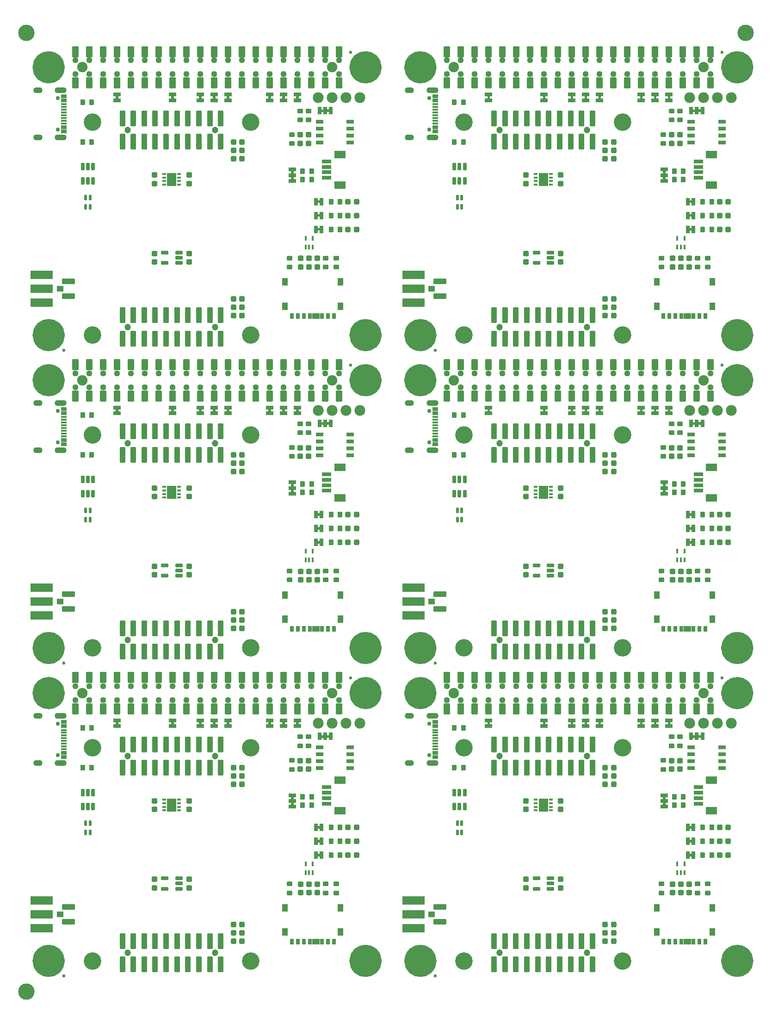
<source format=gts>
%TF.GenerationSoftware,KiCad,Pcbnew,8.0.7*%
%TF.CreationDate,2025-01-21T13:01:44+00:00*%
%TF.ProjectId,SparkFun_GNSS_HAT+_panelized,53706172-6b46-4756-9e5f-474e53535f48,v10*%
%TF.SameCoordinates,Original*%
%TF.FileFunction,Soldermask,Top*%
%TF.FilePolarity,Negative*%
%FSLAX46Y46*%
G04 Gerber Fmt 4.6, Leading zero omitted, Abs format (unit mm)*
G04 Created by KiCad (PCBNEW 8.0.7) date 2025-01-21 13:01:44*
%MOMM*%
%LPD*%
G01*
G04 APERTURE LIST*
G04 Aperture macros list*
%AMRoundRect*
0 Rectangle with rounded corners*
0 $1 Rounding radius*
0 $2 $3 $4 $5 $6 $7 $8 $9 X,Y pos of 4 corners*
0 Add a 4 corners polygon primitive as box body*
4,1,4,$2,$3,$4,$5,$6,$7,$8,$9,$2,$3,0*
0 Add four circle primitives for the rounded corners*
1,1,$1+$1,$2,$3*
1,1,$1+$1,$4,$5*
1,1,$1+$1,$6,$7*
1,1,$1+$1,$8,$9*
0 Add four rect primitives between the rounded corners*
20,1,$1+$1,$2,$3,$4,$5,0*
20,1,$1+$1,$4,$5,$6,$7,0*
20,1,$1+$1,$6,$7,$8,$9,0*
20,1,$1+$1,$8,$9,$2,$3,0*%
G04 Aperture macros list end*
%ADD10C,0.000000*%
%ADD11C,2.950000*%
%ADD12RoundRect,0.225000X0.225000X0.300000X-0.225000X0.300000X-0.225000X-0.300000X0.225000X-0.300000X0*%
%ADD13RoundRect,0.050000X-0.635000X0.330200X-0.635000X-0.330200X0.635000X-0.330200X0.635000X0.330200X0*%
%ADD14RoundRect,0.250000X-0.250000X-0.275000X0.250000X-0.275000X0.250000X0.275000X-0.250000X0.275000X0*%
%ADD15RoundRect,0.243750X0.243750X0.281250X-0.243750X0.281250X-0.243750X-0.281250X0.243750X-0.281250X0*%
%ADD16C,1.200000*%
%ADD17RoundRect,0.050000X0.450000X-1.375000X0.450000X1.375000X-0.450000X1.375000X-0.450000X-1.375000X0*%
%ADD18C,3.000000*%
%ADD19RoundRect,0.050000X-0.330200X-0.635000X0.330200X-0.635000X0.330200X0.635000X-0.330200X0.635000X0*%
%ADD20C,0.600000*%
%ADD21RoundRect,0.250000X0.275000X-0.250000X0.275000X0.250000X-0.275000X0.250000X-0.275000X-0.250000X0*%
%ADD22RoundRect,0.225000X0.300000X-0.225000X0.300000X0.225000X-0.300000X0.225000X-0.300000X-0.225000X0*%
%ADD23C,2.850000*%
%ADD24C,3.200000*%
%ADD25RoundRect,0.050000X0.635000X-0.330200X0.635000X0.330200X-0.635000X0.330200X-0.635000X-0.330200X0*%
%ADD26RoundRect,0.050000X2.000000X-0.750000X2.000000X0.750000X-2.000000X0.750000X-2.000000X-0.750000X0*%
%ADD27RoundRect,0.225000X-0.300000X0.225000X-0.300000X-0.225000X0.300000X-0.225000X0.300000X0.225000X0*%
%ADD28C,1.979600*%
%ADD29RoundRect,0.050000X0.250000X0.500000X-0.250000X0.500000X-0.250000X-0.500000X0.250000X-0.500000X0*%
%ADD30RoundRect,0.050000X0.475000X0.600000X-0.475000X0.600000X-0.475000X-0.600000X0.475000X-0.600000X0*%
%ADD31RoundRect,0.050000X-0.275000X-0.600000X0.275000X-0.600000X0.275000X0.600000X-0.275000X0.600000X0*%
%ADD32C,1.120000*%
%ADD33C,1.900000*%
%ADD34RoundRect,0.050000X0.510000X-0.935000X0.510000X0.935000X-0.510000X0.935000X-0.510000X-0.935000X0*%
%ADD35RoundRect,0.050000X-0.775000X0.300000X-0.775000X-0.300000X0.775000X-0.300000X0.775000X0.300000X0*%
%ADD36RoundRect,0.050000X-1.000000X0.600000X-1.000000X-0.600000X1.000000X-0.600000X1.000000X0.600000X0*%
%ADD37RoundRect,0.250000X-0.275000X0.250000X-0.275000X-0.250000X0.275000X-0.250000X0.275000X0.250000X0*%
%ADD38RoundRect,0.050000X0.600000X-0.275000X0.600000X0.275000X-0.600000X0.275000X-0.600000X-0.275000X0*%
%ADD39RoundRect,0.250000X0.250000X0.275000X-0.250000X0.275000X-0.250000X-0.275000X0.250000X-0.275000X0*%
%ADD40RoundRect,0.050000X0.525000X0.500000X-0.525000X0.500000X-0.525000X-0.500000X0.525000X-0.500000X0*%
%ADD41RoundRect,0.050000X1.100000X0.425000X-1.100000X0.425000X-1.100000X-0.425000X1.100000X-0.425000X0*%
%ADD42RoundRect,0.050000X-0.325000X0.150000X-0.325000X-0.150000X0.325000X-0.150000X0.325000X0.150000X0*%
%ADD43RoundRect,0.050000X0.325000X-0.150000X0.325000X0.150000X-0.325000X0.150000X-0.325000X-0.150000X0*%
%ADD44RoundRect,0.050000X-0.800000X1.175000X-0.800000X-1.175000X0.800000X-1.175000X0.800000X1.175000X0*%
%ADD45C,0.750000*%
%ADD46RoundRect,0.050000X0.500000X-0.150000X0.500000X0.150000X-0.500000X0.150000X-0.500000X-0.150000X0*%
%ADD47RoundRect,0.050000X-0.500000X0.150000X-0.500000X-0.150000X0.500000X-0.150000X0.500000X0.150000X0*%
%ADD48RoundRect,0.050000X0.500000X-0.300000X0.500000X0.300000X-0.500000X0.300000X-0.500000X-0.300000X0*%
%ADD49RoundRect,0.050000X-0.500000X0.300000X-0.500000X-0.300000X0.500000X-0.300000X0.500000X0.300000X0*%
%ADD50O,1.700000X1.100000*%
%ADD51O,2.200000X1.100000*%
%ADD52RoundRect,0.050000X0.600000X-0.300000X0.600000X0.300000X-0.600000X0.300000X-0.600000X-0.300000X0*%
%ADD53RoundRect,0.050000X0.330200X0.635000X-0.330200X0.635000X-0.330200X-0.635000X0.330200X-0.635000X0*%
%ADD54RoundRect,0.050000X-0.150000X-0.350000X0.150000X-0.350000X0.150000X0.350000X-0.150000X0.350000X0*%
%ADD55RoundRect,0.050000X-0.200000X0.450000X-0.200000X-0.450000X0.200000X-0.450000X0.200000X0.450000X0*%
G04 APERTURE END LIST*
D10*
%TO.C,JP10*%
G36*
X16242500Y161236000D02*
G01*
X15761500Y161236000D01*
X15761500Y161744000D01*
X16242500Y161744000D01*
X16242500Y161236000D01*
G37*
G36*
X84282500Y161236000D02*
G01*
X83801500Y161236000D01*
X83801500Y161744000D01*
X84282500Y161744000D01*
X84282500Y161236000D01*
G37*
G36*
X84282500Y46736000D02*
G01*
X83801500Y46736000D01*
X83801500Y47244000D01*
X84282500Y47244000D01*
X84282500Y46736000D01*
G37*
G36*
X84282500Y103986000D02*
G01*
X83801500Y103986000D01*
X83801500Y104494000D01*
X84282500Y104494000D01*
X84282500Y103986000D01*
G37*
G36*
X16242500Y103986000D02*
G01*
X15761500Y103986000D01*
X15761500Y104494000D01*
X16242500Y104494000D01*
X16242500Y103986000D01*
G37*
G36*
X16242500Y46736000D02*
G01*
X15761500Y46736000D01*
X15761500Y47244000D01*
X16242500Y47244000D01*
X16242500Y46736000D01*
G37*
%TO.C,JP16*%
G36*
X31482500Y161236000D02*
G01*
X31001500Y161236000D01*
X31001500Y161744000D01*
X31482500Y161744000D01*
X31482500Y161236000D01*
G37*
G36*
X99522500Y46736000D02*
G01*
X99041500Y46736000D01*
X99041500Y47244000D01*
X99522500Y47244000D01*
X99522500Y46736000D01*
G37*
G36*
X99522500Y103986000D02*
G01*
X99041500Y103986000D01*
X99041500Y104494000D01*
X99522500Y104494000D01*
X99522500Y103986000D01*
G37*
G36*
X31482500Y103986000D02*
G01*
X31001500Y103986000D01*
X31001500Y104494000D01*
X31482500Y104494000D01*
X31482500Y103986000D01*
G37*
G36*
X99522500Y161236000D02*
G01*
X99041500Y161236000D01*
X99041500Y161744000D01*
X99522500Y161744000D01*
X99522500Y161236000D01*
G37*
G36*
X31482500Y46736000D02*
G01*
X31001500Y46736000D01*
X31001500Y47244000D01*
X31482500Y47244000D01*
X31482500Y46736000D01*
G37*
%TO.C,JP22*%
G36*
X121253000Y27699500D02*
G01*
X120745000Y27699500D01*
X120745000Y28180500D01*
X121253000Y28180500D01*
X121253000Y27699500D01*
G37*
G36*
X53213000Y84949500D02*
G01*
X52705000Y84949500D01*
X52705000Y85430500D01*
X53213000Y85430500D01*
X53213000Y84949500D01*
G37*
G36*
X53213000Y142199500D02*
G01*
X52705000Y142199500D01*
X52705000Y142680500D01*
X53213000Y142680500D01*
X53213000Y142199500D01*
G37*
G36*
X121253000Y84949500D02*
G01*
X120745000Y84949500D01*
X120745000Y85430500D01*
X121253000Y85430500D01*
X121253000Y84949500D01*
G37*
G36*
X121253000Y142199500D02*
G01*
X120745000Y142199500D01*
X120745000Y142680500D01*
X121253000Y142680500D01*
X121253000Y142199500D01*
G37*
G36*
X53213000Y27699500D02*
G01*
X52705000Y27699500D01*
X52705000Y28180500D01*
X53213000Y28180500D01*
X53213000Y27699500D01*
G37*
%TO.C,ST6*%
D11*
X4975000Y60750000D02*
G75*
G02*
X2025000Y60750000I-1475000J0D01*
G01*
X2025000Y60750000D02*
G75*
G02*
X4975000Y60750000I1475000J0D01*
G01*
X4975000Y118000000D02*
G75*
G02*
X2025000Y118000000I-1475000J0D01*
G01*
X2025000Y118000000D02*
G75*
G02*
X4975000Y118000000I1475000J0D01*
G01*
X73015000Y118000000D02*
G75*
G02*
X70065000Y118000000I-1475000J0D01*
G01*
X70065000Y118000000D02*
G75*
G02*
X73015000Y118000000I1475000J0D01*
G01*
X73015000Y3500000D02*
G75*
G02*
X70065000Y3500000I-1475000J0D01*
G01*
X70065000Y3500000D02*
G75*
G02*
X73015000Y3500000I1475000J0D01*
G01*
X73015000Y60750000D02*
G75*
G02*
X70065000Y60750000I-1475000J0D01*
G01*
X70065000Y60750000D02*
G75*
G02*
X73015000Y60750000I1475000J0D01*
G01*
X4975000Y3500000D02*
G75*
G02*
X2025000Y3500000I-1475000J0D01*
G01*
X2025000Y3500000D02*
G75*
G02*
X4975000Y3500000I1475000J0D01*
G01*
D10*
%TO.C,JP12*%
G36*
X46722500Y103986000D02*
G01*
X46241500Y103986000D01*
X46241500Y104494000D01*
X46722500Y104494000D01*
X46722500Y103986000D01*
G37*
G36*
X114762500Y161236000D02*
G01*
X114281500Y161236000D01*
X114281500Y161744000D01*
X114762500Y161744000D01*
X114762500Y161236000D01*
G37*
G36*
X114762500Y103986000D02*
G01*
X114281500Y103986000D01*
X114281500Y104494000D01*
X114762500Y104494000D01*
X114762500Y103986000D01*
G37*
G36*
X46722500Y161236000D02*
G01*
X46241500Y161236000D01*
X46241500Y161744000D01*
X46722500Y161744000D01*
X46722500Y161236000D01*
G37*
G36*
X114762500Y46736000D02*
G01*
X114281500Y46736000D01*
X114281500Y47244000D01*
X114762500Y47244000D01*
X114762500Y46736000D01*
G37*
G36*
X46722500Y46736000D02*
G01*
X46241500Y46736000D01*
X46241500Y47244000D01*
X46722500Y47244000D01*
X46722500Y46736000D01*
G37*
%TO.C,JP6*%
G36*
X26402500Y103986000D02*
G01*
X25921500Y103986000D01*
X25921500Y104494000D01*
X26402500Y104494000D01*
X26402500Y103986000D01*
G37*
G36*
X26402500Y161236000D02*
G01*
X25921500Y161236000D01*
X25921500Y161744000D01*
X26402500Y161744000D01*
X26402500Y161236000D01*
G37*
G36*
X94442500Y46736000D02*
G01*
X93961500Y46736000D01*
X93961500Y47244000D01*
X94442500Y47244000D01*
X94442500Y46736000D01*
G37*
G36*
X94442500Y161236000D02*
G01*
X93961500Y161236000D01*
X93961500Y161744000D01*
X94442500Y161744000D01*
X94442500Y161236000D01*
G37*
G36*
X94442500Y103986000D02*
G01*
X93961500Y103986000D01*
X93961500Y104494000D01*
X94442500Y104494000D01*
X94442500Y103986000D01*
G37*
G36*
X26402500Y46736000D02*
G01*
X25921500Y46736000D01*
X25921500Y47244000D01*
X26402500Y47244000D01*
X26402500Y46736000D01*
G37*
%TO.C,JP21*%
G36*
X121253000Y79869500D02*
G01*
X120745000Y79869500D01*
X120745000Y80350500D01*
X121253000Y80350500D01*
X121253000Y79869500D01*
G37*
G36*
X53213000Y137119500D02*
G01*
X52705000Y137119500D01*
X52705000Y137600500D01*
X53213000Y137600500D01*
X53213000Y137119500D01*
G37*
G36*
X121253000Y22619500D02*
G01*
X120745000Y22619500D01*
X120745000Y23100500D01*
X121253000Y23100500D01*
X121253000Y22619500D01*
G37*
G36*
X53213000Y79869500D02*
G01*
X52705000Y79869500D01*
X52705000Y80350500D01*
X53213000Y80350500D01*
X53213000Y79869500D01*
G37*
G36*
X121253000Y137119500D02*
G01*
X120745000Y137119500D01*
X120745000Y137600500D01*
X121253000Y137600500D01*
X121253000Y137119500D01*
G37*
G36*
X53213000Y22619500D02*
G01*
X52705000Y22619500D01*
X52705000Y23100500D01*
X53213000Y23100500D01*
X53213000Y22619500D01*
G37*
%TO.C,JP15*%
G36*
X34022500Y103986000D02*
G01*
X33541500Y103986000D01*
X33541500Y104494000D01*
X34022500Y104494000D01*
X34022500Y103986000D01*
G37*
G36*
X34022500Y161236000D02*
G01*
X33541500Y161236000D01*
X33541500Y161744000D01*
X34022500Y161744000D01*
X34022500Y161236000D01*
G37*
G36*
X102062500Y46736000D02*
G01*
X101581500Y46736000D01*
X101581500Y47244000D01*
X102062500Y47244000D01*
X102062500Y46736000D01*
G37*
G36*
X102062500Y103986000D02*
G01*
X101581500Y103986000D01*
X101581500Y104494000D01*
X102062500Y104494000D01*
X102062500Y103986000D01*
G37*
G36*
X102062500Y161236000D02*
G01*
X101581500Y161236000D01*
X101581500Y161744000D01*
X102062500Y161744000D01*
X102062500Y161236000D01*
G37*
G36*
X34022500Y46736000D02*
G01*
X33541500Y46736000D01*
X33541500Y47244000D01*
X34022500Y47244000D01*
X34022500Y46736000D01*
G37*
%TO.C,ST5*%
D11*
X73015000Y52500000D02*
G75*
G02*
X70065000Y52500000I-1475000J0D01*
G01*
X70065000Y52500000D02*
G75*
G02*
X73015000Y52500000I1475000J0D01*
G01*
X4975000Y109750000D02*
G75*
G02*
X2025000Y109750000I-1475000J0D01*
G01*
X2025000Y109750000D02*
G75*
G02*
X4975000Y109750000I1475000J0D01*
G01*
X4975000Y167000000D02*
G75*
G02*
X2025000Y167000000I-1475000J0D01*
G01*
X2025000Y167000000D02*
G75*
G02*
X4975000Y167000000I1475000J0D01*
G01*
X73015000Y167000000D02*
G75*
G02*
X70065000Y167000000I-1475000J0D01*
G01*
X70065000Y167000000D02*
G75*
G02*
X73015000Y167000000I1475000J0D01*
G01*
X73015000Y109750000D02*
G75*
G02*
X70065000Y109750000I-1475000J0D01*
G01*
X70065000Y109750000D02*
G75*
G02*
X73015000Y109750000I1475000J0D01*
G01*
X4975000Y52500000D02*
G75*
G02*
X2025000Y52500000I-1475000J0D01*
G01*
X2025000Y52500000D02*
G75*
G02*
X4975000Y52500000I1475000J0D01*
G01*
%TO.C,ST7*%
X62975000Y60750000D02*
G75*
G02*
X60025000Y60750000I-1475000J0D01*
G01*
X60025000Y60750000D02*
G75*
G02*
X62975000Y60750000I1475000J0D01*
G01*
X62975000Y118000000D02*
G75*
G02*
X60025000Y118000000I-1475000J0D01*
G01*
X60025000Y118000000D02*
G75*
G02*
X62975000Y118000000I1475000J0D01*
G01*
X131015000Y3500000D02*
G75*
G02*
X128065000Y3500000I-1475000J0D01*
G01*
X128065000Y3500000D02*
G75*
G02*
X131015000Y3500000I1475000J0D01*
G01*
X131015000Y60750000D02*
G75*
G02*
X128065000Y60750000I-1475000J0D01*
G01*
X128065000Y60750000D02*
G75*
G02*
X131015000Y60750000I1475000J0D01*
G01*
X131015000Y118000000D02*
G75*
G02*
X128065000Y118000000I-1475000J0D01*
G01*
X128065000Y118000000D02*
G75*
G02*
X131015000Y118000000I1475000J0D01*
G01*
X62975000Y3500000D02*
G75*
G02*
X60025000Y3500000I-1475000J0D01*
G01*
X60025000Y3500000D02*
G75*
G02*
X62975000Y3500000I1475000J0D01*
G01*
D10*
%TO.C,JP19*%
G36*
X49262500Y103986000D02*
G01*
X48781500Y103986000D01*
X48781500Y104494000D01*
X49262500Y104494000D01*
X49262500Y103986000D01*
G37*
G36*
X49262500Y161236000D02*
G01*
X48781500Y161236000D01*
X48781500Y161744000D01*
X49262500Y161744000D01*
X49262500Y161236000D01*
G37*
G36*
X117302500Y46736000D02*
G01*
X116821500Y46736000D01*
X116821500Y47244000D01*
X117302500Y47244000D01*
X117302500Y46736000D01*
G37*
G36*
X117302500Y161236000D02*
G01*
X116821500Y161236000D01*
X116821500Y161744000D01*
X117302500Y161744000D01*
X117302500Y161236000D01*
G37*
G36*
X117302500Y103986000D02*
G01*
X116821500Y103986000D01*
X116821500Y104494000D01*
X117302500Y104494000D01*
X117302500Y103986000D01*
G37*
G36*
X49262500Y46736000D02*
G01*
X48781500Y46736000D01*
X48781500Y47244000D01*
X49262500Y47244000D01*
X49262500Y46736000D01*
G37*
%TO.C,ST8*%
D11*
X131015000Y52500000D02*
G75*
G02*
X128065000Y52500000I-1475000J0D01*
G01*
X128065000Y52500000D02*
G75*
G02*
X131015000Y52500000I1475000J0D01*
G01*
X131015000Y109750000D02*
G75*
G02*
X128065000Y109750000I-1475000J0D01*
G01*
X128065000Y109750000D02*
G75*
G02*
X131015000Y109750000I1475000J0D01*
G01*
X62975000Y167000000D02*
G75*
G02*
X60025000Y167000000I-1475000J0D01*
G01*
X60025000Y167000000D02*
G75*
G02*
X62975000Y167000000I1475000J0D01*
G01*
X131015000Y167000000D02*
G75*
G02*
X128065000Y167000000I-1475000J0D01*
G01*
X128065000Y167000000D02*
G75*
G02*
X131015000Y167000000I1475000J0D01*
G01*
X62975000Y109750000D02*
G75*
G02*
X60025000Y109750000I-1475000J0D01*
G01*
X60025000Y109750000D02*
G75*
G02*
X62975000Y109750000I1475000J0D01*
G01*
X62975000Y52500000D02*
G75*
G02*
X60025000Y52500000I-1475000J0D01*
G01*
X60025000Y52500000D02*
G75*
G02*
X62975000Y52500000I1475000J0D01*
G01*
D10*
%TO.C,JP20*%
G36*
X121253000Y139659500D02*
G01*
X120745000Y139659500D01*
X120745000Y140140500D01*
X121253000Y140140500D01*
X121253000Y139659500D01*
G37*
G36*
X121253000Y25159500D02*
G01*
X120745000Y25159500D01*
X120745000Y25640500D01*
X121253000Y25640500D01*
X121253000Y25159500D01*
G37*
G36*
X53213000Y139659500D02*
G01*
X52705000Y139659500D01*
X52705000Y140140500D01*
X53213000Y140140500D01*
X53213000Y139659500D01*
G37*
G36*
X53213000Y82409500D02*
G01*
X52705000Y82409500D01*
X52705000Y82890500D01*
X53213000Y82890500D01*
X53213000Y82409500D01*
G37*
G36*
X121253000Y82409500D02*
G01*
X120745000Y82409500D01*
X120745000Y82890500D01*
X121253000Y82890500D01*
X121253000Y82409500D01*
G37*
G36*
X53213000Y25159500D02*
G01*
X52705000Y25159500D01*
X52705000Y25640500D01*
X53213000Y25640500D01*
X53213000Y25159500D01*
G37*
%TO.C,JP2*%
G36*
X121884000Y101563500D02*
G01*
X121376000Y101563500D01*
X121376000Y102044500D01*
X121884000Y102044500D01*
X121884000Y101563500D01*
G37*
G36*
X122916700Y101586500D02*
G01*
X122408700Y101586500D01*
X122408700Y102067500D01*
X122916700Y102067500D01*
X122916700Y101586500D01*
G37*
G36*
X53844000Y101563500D02*
G01*
X53336000Y101563500D01*
X53336000Y102044500D01*
X53844000Y102044500D01*
X53844000Y101563500D01*
G37*
G36*
X54876700Y101586500D02*
G01*
X54368700Y101586500D01*
X54368700Y102067500D01*
X54876700Y102067500D01*
X54876700Y101586500D01*
G37*
G36*
X53844000Y158813500D02*
G01*
X53336000Y158813500D01*
X53336000Y159294500D01*
X53844000Y159294500D01*
X53844000Y158813500D01*
G37*
G36*
X54876700Y158836500D02*
G01*
X54368700Y158836500D01*
X54368700Y159317500D01*
X54876700Y159317500D01*
X54876700Y158836500D01*
G37*
G36*
X121884000Y44313500D02*
G01*
X121376000Y44313500D01*
X121376000Y44794500D01*
X121884000Y44794500D01*
X121884000Y44313500D01*
G37*
G36*
X122916700Y44336500D02*
G01*
X122408700Y44336500D01*
X122408700Y44817500D01*
X122916700Y44817500D01*
X122916700Y44336500D01*
G37*
G36*
X121884000Y158813500D02*
G01*
X121376000Y158813500D01*
X121376000Y159294500D01*
X121884000Y159294500D01*
X121884000Y158813500D01*
G37*
G36*
X122916700Y158836500D02*
G01*
X122408700Y158836500D01*
X122408700Y159317500D01*
X122916700Y159317500D01*
X122916700Y158836500D01*
G37*
G36*
X53844000Y44313500D02*
G01*
X53336000Y44313500D01*
X53336000Y44794500D01*
X53844000Y44794500D01*
X53844000Y44313500D01*
G37*
G36*
X54876700Y44336500D02*
G01*
X54368700Y44336500D01*
X54368700Y44817500D01*
X54876700Y44817500D01*
X54876700Y44336500D01*
G37*
%TO.C,JP17*%
G36*
X36562500Y103986000D02*
G01*
X36081500Y103986000D01*
X36081500Y104494000D01*
X36562500Y104494000D01*
X36562500Y103986000D01*
G37*
G36*
X104602500Y103986000D02*
G01*
X104121500Y103986000D01*
X104121500Y104494000D01*
X104602500Y104494000D01*
X104602500Y103986000D01*
G37*
G36*
X104602500Y46736000D02*
G01*
X104121500Y46736000D01*
X104121500Y47244000D01*
X104602500Y47244000D01*
X104602500Y46736000D01*
G37*
G36*
X104602500Y161236000D02*
G01*
X104121500Y161236000D01*
X104121500Y161744000D01*
X104602500Y161744000D01*
X104602500Y161236000D01*
G37*
G36*
X36562500Y161236000D02*
G01*
X36081500Y161236000D01*
X36081500Y161744000D01*
X36562500Y161744000D01*
X36562500Y161236000D01*
G37*
G36*
X36562500Y46736000D02*
G01*
X36081500Y46736000D01*
X36081500Y47244000D01*
X36562500Y47244000D01*
X36562500Y46736000D01*
G37*
%TO.C,JP11*%
G36*
X112222500Y103986000D02*
G01*
X111741500Y103986000D01*
X111741500Y104494000D01*
X112222500Y104494000D01*
X112222500Y103986000D01*
G37*
G36*
X44182500Y161236000D02*
G01*
X43701500Y161236000D01*
X43701500Y161744000D01*
X44182500Y161744000D01*
X44182500Y161236000D01*
G37*
G36*
X44182500Y103986000D02*
G01*
X43701500Y103986000D01*
X43701500Y104494000D01*
X44182500Y104494000D01*
X44182500Y103986000D01*
G37*
G36*
X112222500Y46736000D02*
G01*
X111741500Y46736000D01*
X111741500Y47244000D01*
X112222500Y47244000D01*
X112222500Y46736000D01*
G37*
G36*
X112222500Y161236000D02*
G01*
X111741500Y161236000D01*
X111741500Y161744000D01*
X112222500Y161744000D01*
X112222500Y161236000D01*
G37*
G36*
X44182500Y46736000D02*
G01*
X43701500Y46736000D01*
X43701500Y47244000D01*
X44182500Y47244000D01*
X44182500Y46736000D01*
G37*
%TO.C,JP1*%
G36*
X116390500Y90274000D02*
G01*
X115909500Y90274000D01*
X115909500Y90782000D01*
X116390500Y90782000D01*
X116390500Y90274000D01*
G37*
G36*
X116413500Y89241300D02*
G01*
X115932500Y89241300D01*
X115932500Y89749300D01*
X116413500Y89749300D01*
X116413500Y89241300D01*
G37*
G36*
X48350500Y90274000D02*
G01*
X47869500Y90274000D01*
X47869500Y90782000D01*
X48350500Y90782000D01*
X48350500Y90274000D01*
G37*
G36*
X48373500Y89241300D02*
G01*
X47892500Y89241300D01*
X47892500Y89749300D01*
X48373500Y89749300D01*
X48373500Y89241300D01*
G37*
G36*
X48350500Y147524000D02*
G01*
X47869500Y147524000D01*
X47869500Y148032000D01*
X48350500Y148032000D01*
X48350500Y147524000D01*
G37*
G36*
X48373500Y146491300D02*
G01*
X47892500Y146491300D01*
X47892500Y146999300D01*
X48373500Y146999300D01*
X48373500Y146491300D01*
G37*
G36*
X116390500Y33024000D02*
G01*
X115909500Y33024000D01*
X115909500Y33532000D01*
X116390500Y33532000D01*
X116390500Y33024000D01*
G37*
G36*
X116413500Y31991300D02*
G01*
X115932500Y31991300D01*
X115932500Y32499300D01*
X116413500Y32499300D01*
X116413500Y31991300D01*
G37*
G36*
X116390500Y147524000D02*
G01*
X115909500Y147524000D01*
X115909500Y148032000D01*
X116390500Y148032000D01*
X116390500Y147524000D01*
G37*
G36*
X116413500Y146491300D02*
G01*
X115932500Y146491300D01*
X115932500Y146999300D01*
X116413500Y146999300D01*
X116413500Y146491300D01*
G37*
G36*
X48350500Y33024000D02*
G01*
X47869500Y33024000D01*
X47869500Y33532000D01*
X48350500Y33532000D01*
X48350500Y33024000D01*
G37*
G36*
X48373500Y31991300D02*
G01*
X47892500Y31991300D01*
X47892500Y32499300D01*
X48373500Y32499300D01*
X48373500Y31991300D01*
G37*
%TD*%
D12*
%TO.C,R5*%
X119665000Y146504000D03*
X118015000Y146504000D03*
%TD*%
%TO.C,R5*%
X51625000Y89254000D03*
X49975000Y89254000D03*
%TD*%
%TO.C,R5*%
X51625000Y146504000D03*
X49975000Y146504000D03*
%TD*%
%TO.C,R5*%
X119665000Y32004000D03*
X118015000Y32004000D03*
%TD*%
%TO.C,R5*%
X119665000Y89254000D03*
X118015000Y89254000D03*
%TD*%
%TO.C,R5*%
X51625000Y32004000D03*
X49975000Y32004000D03*
%TD*%
D13*
%TO.C,JP10*%
X16002000Y162010700D03*
X16002000Y160969300D03*
%TD*%
%TO.C,JP10*%
X84042000Y162010700D03*
X84042000Y160969300D03*
%TD*%
%TO.C,JP10*%
X84042000Y47510700D03*
X84042000Y46469300D03*
%TD*%
%TO.C,JP10*%
X84042000Y104760700D03*
X84042000Y103719300D03*
%TD*%
%TO.C,JP10*%
X16002000Y104760700D03*
X16002000Y103719300D03*
%TD*%
%TO.C,JP10*%
X16002000Y47510700D03*
X16002000Y46469300D03*
%TD*%
D14*
%TO.C,C15*%
X37325000Y150314000D03*
X38875000Y150314000D03*
%TD*%
%TO.C,C15*%
X105365000Y35814000D03*
X106915000Y35814000D03*
%TD*%
%TO.C,C15*%
X105365000Y93064000D03*
X106915000Y93064000D03*
%TD*%
%TO.C,C15*%
X37325000Y93064000D03*
X38875000Y93064000D03*
%TD*%
%TO.C,C15*%
X105365000Y150314000D03*
X106915000Y150314000D03*
%TD*%
%TO.C,C15*%
X37325000Y35814000D03*
X38875000Y35814000D03*
%TD*%
%TO.C,C12*%
X37325000Y67410000D03*
X38875000Y67410000D03*
%TD*%
%TO.C,C12*%
X37325000Y124660000D03*
X38875000Y124660000D03*
%TD*%
%TO.C,C12*%
X105365000Y10160000D03*
X106915000Y10160000D03*
%TD*%
%TO.C,C12*%
X105365000Y124660000D03*
X106915000Y124660000D03*
%TD*%
%TO.C,C12*%
X105365000Y67410000D03*
X106915000Y67410000D03*
%TD*%
%TO.C,C12*%
X37325000Y10160000D03*
X38875000Y10160000D03*
%TD*%
D13*
%TO.C,JP16*%
X31242000Y162010700D03*
X31242000Y160969300D03*
%TD*%
%TO.C,JP16*%
X99282000Y47510700D03*
X99282000Y46469300D03*
%TD*%
%TO.C,JP16*%
X99282000Y104760700D03*
X99282000Y103719300D03*
%TD*%
%TO.C,JP16*%
X31242000Y104760700D03*
X31242000Y103719300D03*
%TD*%
%TO.C,JP16*%
X99282000Y162010700D03*
X99282000Y160969300D03*
%TD*%
%TO.C,JP16*%
X31242000Y47510700D03*
X31242000Y46469300D03*
%TD*%
D15*
%TO.C,D4*%
X127882500Y137360000D03*
X126307500Y137360000D03*
%TD*%
%TO.C,D4*%
X127882500Y22860000D03*
X126307500Y22860000D03*
%TD*%
%TO.C,D4*%
X59842500Y80110000D03*
X58267500Y80110000D03*
%TD*%
%TO.C,D4*%
X59842500Y137360000D03*
X58267500Y137360000D03*
%TD*%
%TO.C,D4*%
X127882500Y80110000D03*
X126307500Y80110000D03*
%TD*%
%TO.C,D4*%
X59842500Y22860000D03*
X58267500Y22860000D03*
%TD*%
D16*
%TO.C,J4*%
X18000000Y98250000D03*
X34000000Y98250000D03*
D17*
X17000000Y96125000D03*
X17000000Y100375000D03*
X19000000Y96125000D03*
X19000000Y100375000D03*
X21000000Y96125000D03*
X21000000Y100375000D03*
X23000000Y96125000D03*
X23000000Y100375000D03*
X25000000Y96125000D03*
X25000000Y100375000D03*
X27000000Y96125000D03*
X27000000Y100375000D03*
X29000000Y96125000D03*
X29000000Y100375000D03*
X31000000Y96125000D03*
X31000000Y100375000D03*
X33000000Y96125000D03*
X33000000Y100375000D03*
X35000000Y96125000D03*
X35000000Y100375000D03*
%TD*%
D16*
%TO.C,J4*%
X86040000Y98250000D03*
X102040000Y98250000D03*
D17*
X85040000Y96125000D03*
X85040000Y100375000D03*
X87040000Y96125000D03*
X87040000Y100375000D03*
X89040000Y96125000D03*
X89040000Y100375000D03*
X91040000Y96125000D03*
X91040000Y100375000D03*
X93040000Y96125000D03*
X93040000Y100375000D03*
X95040000Y96125000D03*
X95040000Y100375000D03*
X97040000Y96125000D03*
X97040000Y100375000D03*
X99040000Y96125000D03*
X99040000Y100375000D03*
X101040000Y96125000D03*
X101040000Y100375000D03*
X103040000Y96125000D03*
X103040000Y100375000D03*
%TD*%
D16*
%TO.C,J4*%
X18000000Y155500000D03*
X34000000Y155500000D03*
D17*
X17000000Y153375000D03*
X17000000Y157625000D03*
X19000000Y153375000D03*
X19000000Y157625000D03*
X21000000Y153375000D03*
X21000000Y157625000D03*
X23000000Y153375000D03*
X23000000Y157625000D03*
X25000000Y153375000D03*
X25000000Y157625000D03*
X27000000Y153375000D03*
X27000000Y157625000D03*
X29000000Y153375000D03*
X29000000Y157625000D03*
X31000000Y153375000D03*
X31000000Y157625000D03*
X33000000Y153375000D03*
X33000000Y157625000D03*
X35000000Y153375000D03*
X35000000Y157625000D03*
%TD*%
D16*
%TO.C,J4*%
X86040000Y155500000D03*
X102040000Y155500000D03*
D17*
X85040000Y153375000D03*
X85040000Y157625000D03*
X87040000Y153375000D03*
X87040000Y157625000D03*
X89040000Y153375000D03*
X89040000Y157625000D03*
X91040000Y153375000D03*
X91040000Y157625000D03*
X93040000Y153375000D03*
X93040000Y157625000D03*
X95040000Y153375000D03*
X95040000Y157625000D03*
X97040000Y153375000D03*
X97040000Y157625000D03*
X99040000Y153375000D03*
X99040000Y157625000D03*
X101040000Y153375000D03*
X101040000Y157625000D03*
X103040000Y153375000D03*
X103040000Y157625000D03*
%TD*%
D16*
%TO.C,J4*%
X86040000Y41000000D03*
X102040000Y41000000D03*
D17*
X85040000Y38875000D03*
X85040000Y43125000D03*
X87040000Y38875000D03*
X87040000Y43125000D03*
X89040000Y38875000D03*
X89040000Y43125000D03*
X91040000Y38875000D03*
X91040000Y43125000D03*
X93040000Y38875000D03*
X93040000Y43125000D03*
X95040000Y38875000D03*
X95040000Y43125000D03*
X97040000Y38875000D03*
X97040000Y43125000D03*
X99040000Y38875000D03*
X99040000Y43125000D03*
X101040000Y38875000D03*
X101040000Y43125000D03*
X103040000Y38875000D03*
X103040000Y43125000D03*
%TD*%
D16*
%TO.C,J4*%
X18000000Y41000000D03*
X34000000Y41000000D03*
D17*
X17000000Y38875000D03*
X17000000Y43125000D03*
X19000000Y38875000D03*
X19000000Y43125000D03*
X21000000Y38875000D03*
X21000000Y43125000D03*
X23000000Y38875000D03*
X23000000Y43125000D03*
X25000000Y38875000D03*
X25000000Y43125000D03*
X27000000Y38875000D03*
X27000000Y43125000D03*
X29000000Y38875000D03*
X29000000Y43125000D03*
X31000000Y38875000D03*
X31000000Y43125000D03*
X33000000Y38875000D03*
X33000000Y43125000D03*
X35000000Y38875000D03*
X35000000Y43125000D03*
%TD*%
D18*
%TO.C,*%
X-540000Y-2087500D03*
%TD*%
%TO.C,*%
X-540000Y173337500D03*
%TD*%
D19*
%TO.C,JP22*%
X120478300Y27940000D03*
X121519700Y27940000D03*
%TD*%
%TO.C,JP22*%
X52438300Y85190000D03*
X53479700Y85190000D03*
%TD*%
%TO.C,JP22*%
X52438300Y142440000D03*
X53479700Y142440000D03*
%TD*%
%TO.C,JP22*%
X120478300Y85190000D03*
X121519700Y85190000D03*
%TD*%
%TO.C,JP22*%
X120478300Y142440000D03*
X121519700Y142440000D03*
%TD*%
%TO.C,JP22*%
X52438300Y27940000D03*
X53479700Y27940000D03*
%TD*%
D20*
%TO.C,FID4*%
X74290000Y750000D03*
%TD*%
%TO.C,FID4*%
X74290000Y115250000D03*
%TD*%
%TO.C,FID4*%
X74290000Y58000000D03*
%TD*%
%TO.C,FID4*%
X6250000Y58000000D03*
%TD*%
%TO.C,FID4*%
X6250000Y115250000D03*
%TD*%
%TO.C,FID4*%
X6250000Y750000D03*
%TD*%
D21*
%TO.C,C1*%
X117570000Y38595000D03*
X117570000Y40145000D03*
%TD*%
%TO.C,C1*%
X49530000Y153095000D03*
X49530000Y154645000D03*
%TD*%
%TO.C,C1*%
X117570000Y95845000D03*
X117570000Y97395000D03*
%TD*%
%TO.C,C1*%
X49530000Y95845000D03*
X49530000Y97395000D03*
%TD*%
%TO.C,C1*%
X117570000Y153095000D03*
X117570000Y154645000D03*
%TD*%
%TO.C,C1*%
X49530000Y38595000D03*
X49530000Y40145000D03*
%TD*%
D22*
%TO.C,R8*%
X115665000Y15939000D03*
X115665000Y17589000D03*
%TD*%
%TO.C,R8*%
X47625000Y73189000D03*
X47625000Y74839000D03*
%TD*%
%TO.C,R8*%
X47625000Y130439000D03*
X47625000Y132089000D03*
%TD*%
%TO.C,R8*%
X115665000Y73189000D03*
X115665000Y74839000D03*
%TD*%
%TO.C,R8*%
X115665000Y130439000D03*
X115665000Y132089000D03*
%TD*%
%TO.C,R8*%
X47625000Y15939000D03*
X47625000Y17589000D03*
%TD*%
D14*
%TO.C,C10*%
X105365000Y64343000D03*
X106915000Y64343000D03*
%TD*%
%TO.C,C10*%
X105365000Y121593000D03*
X106915000Y121593000D03*
%TD*%
%TO.C,C10*%
X37325000Y64343000D03*
X38875000Y64343000D03*
%TD*%
%TO.C,C10*%
X37325000Y121593000D03*
X38875000Y121593000D03*
%TD*%
%TO.C,C10*%
X105365000Y7093000D03*
X106915000Y7093000D03*
%TD*%
%TO.C,C10*%
X37325000Y7093000D03*
X38875000Y7093000D03*
%TD*%
D20*
%TO.C,FID1*%
X58750000Y112500000D03*
%TD*%
%TO.C,FID1*%
X58750000Y169750000D03*
%TD*%
%TO.C,FID1*%
X126790000Y112500000D03*
%TD*%
%TO.C,FID1*%
X126790000Y55250000D03*
%TD*%
%TO.C,FID1*%
X126790000Y169750000D03*
%TD*%
%TO.C,FID1*%
X58750000Y55250000D03*
%TD*%
D21*
%TO.C,C3*%
X22860000Y145729000D03*
X22860000Y147279000D03*
%TD*%
%TO.C,C3*%
X90900000Y31229000D03*
X90900000Y32779000D03*
%TD*%
%TO.C,C3*%
X90900000Y88479000D03*
X90900000Y90029000D03*
%TD*%
%TO.C,C3*%
X90900000Y145729000D03*
X90900000Y147279000D03*
%TD*%
%TO.C,C3*%
X22860000Y88479000D03*
X22860000Y90029000D03*
%TD*%
%TO.C,C3*%
X22860000Y31229000D03*
X22860000Y32779000D03*
%TD*%
D18*
%TO.C,*%
X131040000Y173337500D03*
%TD*%
D12*
%TO.C,R10*%
X79406000Y38862000D03*
X77756000Y38862000D03*
%TD*%
%TO.C,R10*%
X11366000Y96112000D03*
X9716000Y96112000D03*
%TD*%
%TO.C,R10*%
X11366000Y153362000D03*
X9716000Y153362000D03*
%TD*%
%TO.C,R10*%
X79406000Y96112000D03*
X77756000Y96112000D03*
%TD*%
%TO.C,R10*%
X79406000Y153362000D03*
X77756000Y153362000D03*
%TD*%
%TO.C,R10*%
X11366000Y38862000D03*
X9716000Y38862000D03*
%TD*%
%TO.C,R9*%
X11366000Y103351000D03*
X9716000Y103351000D03*
%TD*%
%TO.C,R9*%
X11366000Y160601000D03*
X9716000Y160601000D03*
%TD*%
%TO.C,R9*%
X79406000Y46101000D03*
X77756000Y46101000D03*
%TD*%
%TO.C,R9*%
X79406000Y103351000D03*
X77756000Y103351000D03*
%TD*%
%TO.C,R9*%
X79406000Y160601000D03*
X77756000Y160601000D03*
%TD*%
%TO.C,R9*%
X11366000Y46101000D03*
X9716000Y46101000D03*
%TD*%
D23*
%TO.C,ST6*%
X3500000Y60750000D03*
%TD*%
%TO.C,ST6*%
X3500000Y118000000D03*
%TD*%
%TO.C,ST6*%
X71540000Y118000000D03*
%TD*%
%TO.C,ST6*%
X71540000Y3500000D03*
%TD*%
%TO.C,ST6*%
X71540000Y60750000D03*
%TD*%
%TO.C,ST6*%
X3500000Y3500000D03*
%TD*%
D14*
%TO.C,C13*%
X37325000Y153362000D03*
X38875000Y153362000D03*
%TD*%
%TO.C,C13*%
X105365000Y96112000D03*
X106915000Y96112000D03*
%TD*%
%TO.C,C13*%
X105365000Y153362000D03*
X106915000Y153362000D03*
%TD*%
%TO.C,C13*%
X105365000Y38862000D03*
X106915000Y38862000D03*
%TD*%
%TO.C,C13*%
X37325000Y96112000D03*
X38875000Y96112000D03*
%TD*%
%TO.C,C13*%
X37325000Y38862000D03*
X38875000Y38862000D03*
%TD*%
D15*
%TO.C,D5*%
X59842500Y85190000D03*
X58267500Y85190000D03*
%TD*%
%TO.C,D5*%
X127882500Y85190000D03*
X126307500Y85190000D03*
%TD*%
%TO.C,D5*%
X127882500Y27940000D03*
X126307500Y27940000D03*
%TD*%
%TO.C,D5*%
X127882500Y142440000D03*
X126307500Y142440000D03*
%TD*%
%TO.C,D5*%
X59842500Y142440000D03*
X58267500Y142440000D03*
%TD*%
%TO.C,D5*%
X59842500Y27940000D03*
X58267500Y27940000D03*
%TD*%
D13*
%TO.C,JP12*%
X46482000Y104760700D03*
X46482000Y103719300D03*
%TD*%
%TO.C,JP12*%
X114522000Y162010700D03*
X114522000Y160969300D03*
%TD*%
%TO.C,JP12*%
X114522000Y104760700D03*
X114522000Y103719300D03*
%TD*%
%TO.C,JP12*%
X46482000Y162010700D03*
X46482000Y160969300D03*
%TD*%
%TO.C,JP12*%
X114522000Y47510700D03*
X114522000Y46469300D03*
%TD*%
%TO.C,JP12*%
X46482000Y47510700D03*
X46482000Y46469300D03*
%TD*%
D24*
%TO.C,ST2*%
X108540000Y42500000D03*
%TD*%
%TO.C,ST2*%
X40500000Y157000000D03*
%TD*%
%TO.C,ST2*%
X40500000Y99750000D03*
%TD*%
%TO.C,ST2*%
X108540000Y157000000D03*
%TD*%
%TO.C,ST2*%
X108540000Y99750000D03*
%TD*%
%TO.C,ST2*%
X40500000Y42500000D03*
%TD*%
D25*
%TO.C,JP6*%
X26162000Y103719300D03*
X26162000Y104760700D03*
%TD*%
%TO.C,JP6*%
X26162000Y160969300D03*
X26162000Y162010700D03*
%TD*%
%TO.C,JP6*%
X94202000Y46469300D03*
X94202000Y47510700D03*
%TD*%
%TO.C,JP6*%
X94202000Y160969300D03*
X94202000Y162010700D03*
%TD*%
%TO.C,JP6*%
X94202000Y103719300D03*
X94202000Y104760700D03*
%TD*%
%TO.C,JP6*%
X26162000Y46469300D03*
X26162000Y47510700D03*
%TD*%
D12*
%TO.C,R11*%
X56832000Y82650000D03*
X55182000Y82650000D03*
%TD*%
%TO.C,R11*%
X56832000Y139900000D03*
X55182000Y139900000D03*
%TD*%
%TO.C,R11*%
X124872000Y25400000D03*
X123222000Y25400000D03*
%TD*%
%TO.C,R11*%
X124872000Y139900000D03*
X123222000Y139900000D03*
%TD*%
%TO.C,R11*%
X124872000Y82650000D03*
X123222000Y82650000D03*
%TD*%
%TO.C,R11*%
X56832000Y25400000D03*
X55182000Y25400000D03*
%TD*%
D26*
%TO.C,J7*%
X70294000Y126500000D03*
X70294000Y123960000D03*
X70294000Y129040000D03*
%TD*%
%TO.C,J7*%
X70294000Y69250000D03*
X70294000Y66710000D03*
X70294000Y71790000D03*
%TD*%
%TO.C,J7*%
X2254000Y69250000D03*
X2254000Y66710000D03*
X2254000Y71790000D03*
%TD*%
%TO.C,J7*%
X2254000Y126500000D03*
X2254000Y123960000D03*
X2254000Y129040000D03*
%TD*%
%TO.C,J7*%
X70294000Y12000000D03*
X70294000Y9460000D03*
X70294000Y14540000D03*
%TD*%
%TO.C,J7*%
X2254000Y12000000D03*
X2254000Y9460000D03*
X2254000Y14540000D03*
%TD*%
D27*
%TO.C,R3*%
X116046000Y97445000D03*
X116046000Y95795000D03*
%TD*%
%TO.C,R3*%
X48006000Y154695000D03*
X48006000Y153045000D03*
%TD*%
%TO.C,R3*%
X48006000Y97445000D03*
X48006000Y95795000D03*
%TD*%
%TO.C,R3*%
X116046000Y40195000D03*
X116046000Y38545000D03*
%TD*%
%TO.C,R3*%
X116046000Y154695000D03*
X116046000Y153045000D03*
%TD*%
%TO.C,R3*%
X48006000Y40195000D03*
X48006000Y38545000D03*
%TD*%
D28*
%TO.C,RST.1*%
X120872000Y104240000D03*
%TD*%
%TO.C,RST.1*%
X52832000Y104240000D03*
%TD*%
%TO.C,RST.1*%
X52832000Y161490000D03*
%TD*%
%TO.C,RST.1*%
X120872000Y46990000D03*
%TD*%
%TO.C,RST.1*%
X120872000Y161490000D03*
%TD*%
%TO.C,RST.1*%
X52832000Y46990000D03*
%TD*%
D29*
%TO.C,J5*%
X55700000Y64275000D03*
X54600000Y64275000D03*
X53500000Y64275000D03*
X52750000Y64275000D03*
X51300000Y64275000D03*
X50200000Y64275000D03*
X49100000Y64275000D03*
X48000000Y64275000D03*
X52050000Y64275000D03*
D30*
X46750000Y70475000D03*
X46750000Y66025000D03*
X56950000Y70475000D03*
X56950000Y66025000D03*
%TD*%
D29*
%TO.C,J5*%
X55700000Y121525000D03*
X54600000Y121525000D03*
X53500000Y121525000D03*
X52750000Y121525000D03*
X51300000Y121525000D03*
X50200000Y121525000D03*
X49100000Y121525000D03*
X48000000Y121525000D03*
X52050000Y121525000D03*
D30*
X46750000Y127725000D03*
X46750000Y123275000D03*
X56950000Y127725000D03*
X56950000Y123275000D03*
%TD*%
D29*
%TO.C,J5*%
X123740000Y7025000D03*
X122640000Y7025000D03*
X121540000Y7025000D03*
X120790000Y7025000D03*
X119340000Y7025000D03*
X118240000Y7025000D03*
X117140000Y7025000D03*
X116040000Y7025000D03*
X120090000Y7025000D03*
D30*
X114790000Y13225000D03*
X114790000Y8775000D03*
X124990000Y13225000D03*
X124990000Y8775000D03*
%TD*%
D29*
%TO.C,J5*%
X123740000Y64275000D03*
X122640000Y64275000D03*
X121540000Y64275000D03*
X120790000Y64275000D03*
X119340000Y64275000D03*
X118240000Y64275000D03*
X117140000Y64275000D03*
X116040000Y64275000D03*
X120090000Y64275000D03*
D30*
X114790000Y70475000D03*
X114790000Y66025000D03*
X124990000Y70475000D03*
X124990000Y66025000D03*
%TD*%
D29*
%TO.C,J5*%
X123740000Y121525000D03*
X122640000Y121525000D03*
X121540000Y121525000D03*
X120790000Y121525000D03*
X119340000Y121525000D03*
X118240000Y121525000D03*
X117140000Y121525000D03*
X116040000Y121525000D03*
X120090000Y121525000D03*
D30*
X114790000Y127725000D03*
X114790000Y123275000D03*
X124990000Y127725000D03*
X124990000Y123275000D03*
%TD*%
D29*
%TO.C,J5*%
X55700000Y7025000D03*
X54600000Y7025000D03*
X53500000Y7025000D03*
X52750000Y7025000D03*
X51300000Y7025000D03*
X50200000Y7025000D03*
X49100000Y7025000D03*
X48000000Y7025000D03*
X52050000Y7025000D03*
D30*
X46750000Y13225000D03*
X46750000Y8775000D03*
X56950000Y13225000D03*
X56950000Y8775000D03*
%TD*%
D21*
%TO.C,C8*%
X49657000Y130489000D03*
X49657000Y132039000D03*
%TD*%
%TO.C,C8*%
X117697000Y15989000D03*
X117697000Y17539000D03*
%TD*%
%TO.C,C8*%
X49657000Y73239000D03*
X49657000Y74789000D03*
%TD*%
%TO.C,C8*%
X117697000Y73239000D03*
X117697000Y74789000D03*
%TD*%
%TO.C,C8*%
X117697000Y130489000D03*
X117697000Y132039000D03*
%TD*%
%TO.C,C8*%
X49657000Y15989000D03*
X49657000Y17539000D03*
%TD*%
D19*
%TO.C,JP21*%
X120478300Y80110000D03*
X121519700Y80110000D03*
%TD*%
%TO.C,JP21*%
X52438300Y137360000D03*
X53479700Y137360000D03*
%TD*%
%TO.C,JP21*%
X120478300Y22860000D03*
X121519700Y22860000D03*
%TD*%
%TO.C,JP21*%
X52438300Y80110000D03*
X53479700Y80110000D03*
%TD*%
%TO.C,JP21*%
X120478300Y137360000D03*
X121519700Y137360000D03*
%TD*%
%TO.C,JP21*%
X52438300Y22860000D03*
X53479700Y22860000D03*
%TD*%
D28*
%TO.C,GND.1*%
X60452000Y161490000D03*
%TD*%
%TO.C,GND.1*%
X60452000Y104240000D03*
%TD*%
%TO.C,GND.1*%
X128492000Y161490000D03*
%TD*%
%TO.C,GND.1*%
X128492000Y46990000D03*
%TD*%
%TO.C,GND.1*%
X128492000Y104240000D03*
%TD*%
%TO.C,GND.1*%
X60452000Y46990000D03*
%TD*%
D13*
%TO.C,JP15*%
X33782000Y104760700D03*
X33782000Y103719300D03*
%TD*%
%TO.C,JP15*%
X33782000Y162010700D03*
X33782000Y160969300D03*
%TD*%
%TO.C,JP15*%
X101822000Y47510700D03*
X101822000Y46469300D03*
%TD*%
%TO.C,JP15*%
X101822000Y104760700D03*
X101822000Y103719300D03*
%TD*%
%TO.C,JP15*%
X101822000Y162010700D03*
X101822000Y160969300D03*
%TD*%
%TO.C,JP15*%
X33782000Y47510700D03*
X33782000Y46469300D03*
%TD*%
D23*
%TO.C,ST5*%
X71540000Y52500000D03*
%TD*%
%TO.C,ST5*%
X3500000Y109750000D03*
%TD*%
%TO.C,ST5*%
X3500000Y167000000D03*
%TD*%
%TO.C,ST5*%
X71540000Y167000000D03*
%TD*%
%TO.C,ST5*%
X71540000Y109750000D03*
%TD*%
%TO.C,ST5*%
X3500000Y52500000D03*
%TD*%
D21*
%TO.C,C7*%
X120745000Y15989000D03*
X120745000Y17539000D03*
%TD*%
%TO.C,C7*%
X120745000Y130489000D03*
X120745000Y132039000D03*
%TD*%
%TO.C,C7*%
X52705000Y130489000D03*
X52705000Y132039000D03*
%TD*%
%TO.C,C7*%
X52705000Y73239000D03*
X52705000Y74789000D03*
%TD*%
%TO.C,C7*%
X120745000Y73239000D03*
X120745000Y74789000D03*
%TD*%
%TO.C,C7*%
X52705000Y15989000D03*
X52705000Y17539000D03*
%TD*%
D28*
%TO.C,WP.1*%
X55372000Y161490000D03*
%TD*%
%TO.C,WP.1*%
X123412000Y161490000D03*
%TD*%
%TO.C,WP.1*%
X55372000Y104240000D03*
%TD*%
%TO.C,WP.1*%
X123412000Y46990000D03*
%TD*%
%TO.C,WP.1*%
X123412000Y104240000D03*
%TD*%
%TO.C,WP.1*%
X55372000Y46990000D03*
%TD*%
D31*
%TO.C,D1*%
X9718000Y88969900D03*
X10668000Y88969900D03*
X11618000Y88969900D03*
X11618000Y91570100D03*
X10668000Y91570000D03*
X9718000Y91570100D03*
%TD*%
%TO.C,D1*%
X77758000Y31719900D03*
X78708000Y31719900D03*
X79658000Y31719900D03*
X79658000Y34320100D03*
X78708000Y34320000D03*
X77758000Y34320100D03*
%TD*%
%TO.C,D1*%
X77758000Y88969900D03*
X78708000Y88969900D03*
X79658000Y88969900D03*
X79658000Y91570100D03*
X78708000Y91570000D03*
X77758000Y91570100D03*
%TD*%
%TO.C,D1*%
X9718000Y146219900D03*
X10668000Y146219900D03*
X11618000Y146219900D03*
X11618000Y148820100D03*
X10668000Y148820000D03*
X9718000Y148820100D03*
%TD*%
%TO.C,D1*%
X77758000Y146219900D03*
X78708000Y146219900D03*
X79658000Y146219900D03*
X79658000Y148820100D03*
X78708000Y148820000D03*
X77758000Y148820100D03*
%TD*%
%TO.C,D1*%
X9718000Y31719900D03*
X10668000Y31719900D03*
X11618000Y31719900D03*
X11618000Y34320100D03*
X10668000Y34320000D03*
X9718000Y34320100D03*
%TD*%
D32*
%TO.C,J1*%
X76410000Y165730000D03*
X78950000Y165730000D03*
X81490000Y165730000D03*
X84030000Y165730000D03*
X86570000Y165730000D03*
X89110000Y165730000D03*
X91650000Y165730000D03*
X94190000Y165730000D03*
X96730000Y165730000D03*
X99270000Y165730000D03*
X101810000Y165730000D03*
X104350000Y165730000D03*
X106890000Y165730000D03*
X109430000Y165730000D03*
X111970000Y165730000D03*
X114510000Y165730000D03*
X117050000Y165730000D03*
X119590000Y165730000D03*
X122130000Y165730000D03*
X124670000Y165730000D03*
D33*
X77680000Y167000000D03*
X123400000Y167000000D03*
D32*
X76410000Y168270000D03*
X78950000Y168270000D03*
X81490000Y168270000D03*
X84030000Y168270000D03*
X86570000Y168270000D03*
X89110000Y168270000D03*
X91650000Y168270000D03*
X94190000Y168270000D03*
X96730000Y168270000D03*
X99270000Y168270000D03*
X101810000Y168270000D03*
X104350000Y168270000D03*
X106890000Y168270000D03*
X109430000Y168270000D03*
X111970000Y168270000D03*
X114510000Y168270000D03*
X117050000Y168270000D03*
X119590000Y168270000D03*
X122130000Y168270000D03*
X124670000Y168270000D03*
D34*
X76410000Y164135000D03*
X76410000Y169865000D03*
X78950000Y164135000D03*
X78950000Y169865000D03*
X81490000Y164135000D03*
X81490000Y169865000D03*
X84030000Y164135000D03*
X84030000Y169865000D03*
X86570000Y164135000D03*
X86570000Y169865000D03*
X89110000Y164135000D03*
X89110000Y169865000D03*
X91650000Y164135000D03*
X91650000Y169865000D03*
X94190000Y164135000D03*
X94190000Y169865000D03*
X96730000Y164135000D03*
X96730000Y169865000D03*
X99270000Y164135000D03*
X99270000Y169865000D03*
X101810000Y164135000D03*
X101810000Y169865000D03*
X104350000Y164135000D03*
X104350000Y169865000D03*
X106890000Y164135000D03*
X106890000Y169865000D03*
X109430000Y164135000D03*
X109430000Y169865000D03*
X111970000Y164135000D03*
X111970000Y169865000D03*
X114510000Y164135000D03*
X114510000Y169865000D03*
X117050000Y164135000D03*
X117050000Y169865000D03*
X119590000Y164135000D03*
X119590000Y169865000D03*
X122130000Y164135000D03*
X122130000Y169865000D03*
X124670000Y164135000D03*
X124670000Y169865000D03*
%TD*%
D32*
%TO.C,J1*%
X76410000Y51230000D03*
X78950000Y51230000D03*
X81490000Y51230000D03*
X84030000Y51230000D03*
X86570000Y51230000D03*
X89110000Y51230000D03*
X91650000Y51230000D03*
X94190000Y51230000D03*
X96730000Y51230000D03*
X99270000Y51230000D03*
X101810000Y51230000D03*
X104350000Y51230000D03*
X106890000Y51230000D03*
X109430000Y51230000D03*
X111970000Y51230000D03*
X114510000Y51230000D03*
X117050000Y51230000D03*
X119590000Y51230000D03*
X122130000Y51230000D03*
X124670000Y51230000D03*
D33*
X77680000Y52500000D03*
X123400000Y52500000D03*
D32*
X76410000Y53770000D03*
X78950000Y53770000D03*
X81490000Y53770000D03*
X84030000Y53770000D03*
X86570000Y53770000D03*
X89110000Y53770000D03*
X91650000Y53770000D03*
X94190000Y53770000D03*
X96730000Y53770000D03*
X99270000Y53770000D03*
X101810000Y53770000D03*
X104350000Y53770000D03*
X106890000Y53770000D03*
X109430000Y53770000D03*
X111970000Y53770000D03*
X114510000Y53770000D03*
X117050000Y53770000D03*
X119590000Y53770000D03*
X122130000Y53770000D03*
X124670000Y53770000D03*
D34*
X76410000Y49635000D03*
X76410000Y55365000D03*
X78950000Y49635000D03*
X78950000Y55365000D03*
X81490000Y49635000D03*
X81490000Y55365000D03*
X84030000Y49635000D03*
X84030000Y55365000D03*
X86570000Y49635000D03*
X86570000Y55365000D03*
X89110000Y49635000D03*
X89110000Y55365000D03*
X91650000Y49635000D03*
X91650000Y55365000D03*
X94190000Y49635000D03*
X94190000Y55365000D03*
X96730000Y49635000D03*
X96730000Y55365000D03*
X99270000Y49635000D03*
X99270000Y55365000D03*
X101810000Y49635000D03*
X101810000Y55365000D03*
X104350000Y49635000D03*
X104350000Y55365000D03*
X106890000Y49635000D03*
X106890000Y55365000D03*
X109430000Y49635000D03*
X109430000Y55365000D03*
X111970000Y49635000D03*
X111970000Y55365000D03*
X114510000Y49635000D03*
X114510000Y55365000D03*
X117050000Y49635000D03*
X117050000Y55365000D03*
X119590000Y49635000D03*
X119590000Y55365000D03*
X122130000Y49635000D03*
X122130000Y55365000D03*
X124670000Y49635000D03*
X124670000Y55365000D03*
%TD*%
D32*
%TO.C,J1*%
X76410000Y108480000D03*
X78950000Y108480000D03*
X81490000Y108480000D03*
X84030000Y108480000D03*
X86570000Y108480000D03*
X89110000Y108480000D03*
X91650000Y108480000D03*
X94190000Y108480000D03*
X96730000Y108480000D03*
X99270000Y108480000D03*
X101810000Y108480000D03*
X104350000Y108480000D03*
X106890000Y108480000D03*
X109430000Y108480000D03*
X111970000Y108480000D03*
X114510000Y108480000D03*
X117050000Y108480000D03*
X119590000Y108480000D03*
X122130000Y108480000D03*
X124670000Y108480000D03*
D33*
X77680000Y109750000D03*
X123400000Y109750000D03*
D32*
X76410000Y111020000D03*
X78950000Y111020000D03*
X81490000Y111020000D03*
X84030000Y111020000D03*
X86570000Y111020000D03*
X89110000Y111020000D03*
X91650000Y111020000D03*
X94190000Y111020000D03*
X96730000Y111020000D03*
X99270000Y111020000D03*
X101810000Y111020000D03*
X104350000Y111020000D03*
X106890000Y111020000D03*
X109430000Y111020000D03*
X111970000Y111020000D03*
X114510000Y111020000D03*
X117050000Y111020000D03*
X119590000Y111020000D03*
X122130000Y111020000D03*
X124670000Y111020000D03*
D34*
X76410000Y106885000D03*
X76410000Y112615000D03*
X78950000Y106885000D03*
X78950000Y112615000D03*
X81490000Y106885000D03*
X81490000Y112615000D03*
X84030000Y106885000D03*
X84030000Y112615000D03*
X86570000Y106885000D03*
X86570000Y112615000D03*
X89110000Y106885000D03*
X89110000Y112615000D03*
X91650000Y106885000D03*
X91650000Y112615000D03*
X94190000Y106885000D03*
X94190000Y112615000D03*
X96730000Y106885000D03*
X96730000Y112615000D03*
X99270000Y106885000D03*
X99270000Y112615000D03*
X101810000Y106885000D03*
X101810000Y112615000D03*
X104350000Y106885000D03*
X104350000Y112615000D03*
X106890000Y106885000D03*
X106890000Y112615000D03*
X109430000Y106885000D03*
X109430000Y112615000D03*
X111970000Y106885000D03*
X111970000Y112615000D03*
X114510000Y106885000D03*
X114510000Y112615000D03*
X117050000Y106885000D03*
X117050000Y112615000D03*
X119590000Y106885000D03*
X119590000Y112615000D03*
X122130000Y106885000D03*
X122130000Y112615000D03*
X124670000Y106885000D03*
X124670000Y112615000D03*
%TD*%
D32*
%TO.C,J1*%
X8370000Y165730000D03*
X10910000Y165730000D03*
X13450000Y165730000D03*
X15990000Y165730000D03*
X18530000Y165730000D03*
X21070000Y165730000D03*
X23610000Y165730000D03*
X26150000Y165730000D03*
X28690000Y165730000D03*
X31230000Y165730000D03*
X33770000Y165730000D03*
X36310000Y165730000D03*
X38850000Y165730000D03*
X41390000Y165730000D03*
X43930000Y165730000D03*
X46470000Y165730000D03*
X49010000Y165730000D03*
X51550000Y165730000D03*
X54090000Y165730000D03*
X56630000Y165730000D03*
D33*
X9640000Y167000000D03*
X55360000Y167000000D03*
D32*
X8370000Y168270000D03*
X10910000Y168270000D03*
X13450000Y168270000D03*
X15990000Y168270000D03*
X18530000Y168270000D03*
X21070000Y168270000D03*
X23610000Y168270000D03*
X26150000Y168270000D03*
X28690000Y168270000D03*
X31230000Y168270000D03*
X33770000Y168270000D03*
X36310000Y168270000D03*
X38850000Y168270000D03*
X41390000Y168270000D03*
X43930000Y168270000D03*
X46470000Y168270000D03*
X49010000Y168270000D03*
X51550000Y168270000D03*
X54090000Y168270000D03*
X56630000Y168270000D03*
D34*
X8370000Y164135000D03*
X8370000Y169865000D03*
X10910000Y164135000D03*
X10910000Y169865000D03*
X13450000Y164135000D03*
X13450000Y169865000D03*
X15990000Y164135000D03*
X15990000Y169865000D03*
X18530000Y164135000D03*
X18530000Y169865000D03*
X21070000Y164135000D03*
X21070000Y169865000D03*
X23610000Y164135000D03*
X23610000Y169865000D03*
X26150000Y164135000D03*
X26150000Y169865000D03*
X28690000Y164135000D03*
X28690000Y169865000D03*
X31230000Y164135000D03*
X31230000Y169865000D03*
X33770000Y164135000D03*
X33770000Y169865000D03*
X36310000Y164135000D03*
X36310000Y169865000D03*
X38850000Y164135000D03*
X38850000Y169865000D03*
X41390000Y164135000D03*
X41390000Y169865000D03*
X43930000Y164135000D03*
X43930000Y169865000D03*
X46470000Y164135000D03*
X46470000Y169865000D03*
X49010000Y164135000D03*
X49010000Y169865000D03*
X51550000Y164135000D03*
X51550000Y169865000D03*
X54090000Y164135000D03*
X54090000Y169865000D03*
X56630000Y164135000D03*
X56630000Y169865000D03*
%TD*%
D32*
%TO.C,J1*%
X8370000Y108480000D03*
X10910000Y108480000D03*
X13450000Y108480000D03*
X15990000Y108480000D03*
X18530000Y108480000D03*
X21070000Y108480000D03*
X23610000Y108480000D03*
X26150000Y108480000D03*
X28690000Y108480000D03*
X31230000Y108480000D03*
X33770000Y108480000D03*
X36310000Y108480000D03*
X38850000Y108480000D03*
X41390000Y108480000D03*
X43930000Y108480000D03*
X46470000Y108480000D03*
X49010000Y108480000D03*
X51550000Y108480000D03*
X54090000Y108480000D03*
X56630000Y108480000D03*
D33*
X9640000Y109750000D03*
X55360000Y109750000D03*
D32*
X8370000Y111020000D03*
X10910000Y111020000D03*
X13450000Y111020000D03*
X15990000Y111020000D03*
X18530000Y111020000D03*
X21070000Y111020000D03*
X23610000Y111020000D03*
X26150000Y111020000D03*
X28690000Y111020000D03*
X31230000Y111020000D03*
X33770000Y111020000D03*
X36310000Y111020000D03*
X38850000Y111020000D03*
X41390000Y111020000D03*
X43930000Y111020000D03*
X46470000Y111020000D03*
X49010000Y111020000D03*
X51550000Y111020000D03*
X54090000Y111020000D03*
X56630000Y111020000D03*
D34*
X8370000Y106885000D03*
X8370000Y112615000D03*
X10910000Y106885000D03*
X10910000Y112615000D03*
X13450000Y106885000D03*
X13450000Y112615000D03*
X15990000Y106885000D03*
X15990000Y112615000D03*
X18530000Y106885000D03*
X18530000Y112615000D03*
X21070000Y106885000D03*
X21070000Y112615000D03*
X23610000Y106885000D03*
X23610000Y112615000D03*
X26150000Y106885000D03*
X26150000Y112615000D03*
X28690000Y106885000D03*
X28690000Y112615000D03*
X31230000Y106885000D03*
X31230000Y112615000D03*
X33770000Y106885000D03*
X33770000Y112615000D03*
X36310000Y106885000D03*
X36310000Y112615000D03*
X38850000Y106885000D03*
X38850000Y112615000D03*
X41390000Y106885000D03*
X41390000Y112615000D03*
X43930000Y106885000D03*
X43930000Y112615000D03*
X46470000Y106885000D03*
X46470000Y112615000D03*
X49010000Y106885000D03*
X49010000Y112615000D03*
X51550000Y106885000D03*
X51550000Y112615000D03*
X54090000Y106885000D03*
X54090000Y112615000D03*
X56630000Y106885000D03*
X56630000Y112615000D03*
%TD*%
D32*
%TO.C,J1*%
X8370000Y51230000D03*
X10910000Y51230000D03*
X13450000Y51230000D03*
X15990000Y51230000D03*
X18530000Y51230000D03*
X21070000Y51230000D03*
X23610000Y51230000D03*
X26150000Y51230000D03*
X28690000Y51230000D03*
X31230000Y51230000D03*
X33770000Y51230000D03*
X36310000Y51230000D03*
X38850000Y51230000D03*
X41390000Y51230000D03*
X43930000Y51230000D03*
X46470000Y51230000D03*
X49010000Y51230000D03*
X51550000Y51230000D03*
X54090000Y51230000D03*
X56630000Y51230000D03*
D33*
X9640000Y52500000D03*
X55360000Y52500000D03*
D32*
X8370000Y53770000D03*
X10910000Y53770000D03*
X13450000Y53770000D03*
X15990000Y53770000D03*
X18530000Y53770000D03*
X21070000Y53770000D03*
X23610000Y53770000D03*
X26150000Y53770000D03*
X28690000Y53770000D03*
X31230000Y53770000D03*
X33770000Y53770000D03*
X36310000Y53770000D03*
X38850000Y53770000D03*
X41390000Y53770000D03*
X43930000Y53770000D03*
X46470000Y53770000D03*
X49010000Y53770000D03*
X51550000Y53770000D03*
X54090000Y53770000D03*
X56630000Y53770000D03*
D34*
X8370000Y49635000D03*
X8370000Y55365000D03*
X10910000Y49635000D03*
X10910000Y55365000D03*
X13450000Y49635000D03*
X13450000Y55365000D03*
X15990000Y49635000D03*
X15990000Y55365000D03*
X18530000Y49635000D03*
X18530000Y55365000D03*
X21070000Y49635000D03*
X21070000Y55365000D03*
X23610000Y49635000D03*
X23610000Y55365000D03*
X26150000Y49635000D03*
X26150000Y55365000D03*
X28690000Y49635000D03*
X28690000Y55365000D03*
X31230000Y49635000D03*
X31230000Y55365000D03*
X33770000Y49635000D03*
X33770000Y55365000D03*
X36310000Y49635000D03*
X36310000Y55365000D03*
X38850000Y49635000D03*
X38850000Y55365000D03*
X41390000Y49635000D03*
X41390000Y55365000D03*
X43930000Y49635000D03*
X43930000Y55365000D03*
X46470000Y49635000D03*
X46470000Y55365000D03*
X49010000Y49635000D03*
X49010000Y55365000D03*
X51550000Y49635000D03*
X51550000Y55365000D03*
X54090000Y49635000D03*
X54090000Y55365000D03*
X56630000Y49635000D03*
X56630000Y55365000D03*
%TD*%
D28*
%TO.C,3V3.1*%
X125952000Y104240000D03*
%TD*%
%TO.C,3V3.1*%
X57912000Y161490000D03*
%TD*%
%TO.C,3V3.1*%
X125952000Y46990000D03*
%TD*%
%TO.C,3V3.1*%
X57912000Y104240000D03*
%TD*%
%TO.C,3V3.1*%
X125952000Y161490000D03*
%TD*%
%TO.C,3V3.1*%
X57912000Y46990000D03*
%TD*%
D12*
%TO.C,R4*%
X119665000Y33528000D03*
X118015000Y33528000D03*
%TD*%
%TO.C,R4*%
X51625000Y90778000D03*
X49975000Y90778000D03*
%TD*%
%TO.C,R4*%
X51625000Y148028000D03*
X49975000Y148028000D03*
%TD*%
%TO.C,R4*%
X119665000Y90778000D03*
X118015000Y90778000D03*
%TD*%
%TO.C,R4*%
X119665000Y148028000D03*
X118015000Y148028000D03*
%TD*%
%TO.C,R4*%
X51625000Y33528000D03*
X49975000Y33528000D03*
%TD*%
D35*
%TO.C,J8*%
X54369000Y92532000D03*
X54369000Y91532000D03*
X54369000Y90532000D03*
X54369000Y89532000D03*
D36*
X56794000Y93832000D03*
X56794000Y88232000D03*
%TD*%
D35*
%TO.C,J8*%
X122409000Y35282000D03*
X122409000Y34282000D03*
X122409000Y33282000D03*
X122409000Y32282000D03*
D36*
X124834000Y36582000D03*
X124834000Y30982000D03*
%TD*%
D35*
%TO.C,J8*%
X122409000Y149782000D03*
X122409000Y148782000D03*
X122409000Y147782000D03*
X122409000Y146782000D03*
D36*
X124834000Y151082000D03*
X124834000Y145482000D03*
%TD*%
D35*
%TO.C,J8*%
X122409000Y92532000D03*
X122409000Y91532000D03*
X122409000Y90532000D03*
X122409000Y89532000D03*
D36*
X124834000Y93832000D03*
X124834000Y88232000D03*
%TD*%
D35*
%TO.C,J8*%
X54369000Y149782000D03*
X54369000Y148782000D03*
X54369000Y147782000D03*
X54369000Y146782000D03*
D36*
X56794000Y151082000D03*
X56794000Y145482000D03*
%TD*%
D35*
%TO.C,J8*%
X54369000Y35282000D03*
X54369000Y34282000D03*
X54369000Y33282000D03*
X54369000Y32282000D03*
D36*
X56794000Y36582000D03*
X56794000Y30982000D03*
%TD*%
D12*
%TO.C,R13*%
X56832000Y85190000D03*
X55182000Y85190000D03*
%TD*%
%TO.C,R13*%
X56832000Y142440000D03*
X55182000Y142440000D03*
%TD*%
%TO.C,R13*%
X124872000Y27940000D03*
X123222000Y27940000D03*
%TD*%
%TO.C,R13*%
X124872000Y142440000D03*
X123222000Y142440000D03*
%TD*%
%TO.C,R13*%
X124872000Y85190000D03*
X123222000Y85190000D03*
%TD*%
%TO.C,R13*%
X56832000Y27940000D03*
X55182000Y27940000D03*
%TD*%
D22*
%TO.C,R2*%
X51054000Y100113000D03*
X51054000Y101763000D03*
%TD*%
%TO.C,R2*%
X119094000Y157363000D03*
X119094000Y159013000D03*
%TD*%
%TO.C,R2*%
X51054000Y157363000D03*
X51054000Y159013000D03*
%TD*%
%TO.C,R2*%
X119094000Y42863000D03*
X119094000Y44513000D03*
%TD*%
%TO.C,R2*%
X119094000Y100113000D03*
X119094000Y101763000D03*
%TD*%
%TO.C,R2*%
X51054000Y42863000D03*
X51054000Y44513000D03*
%TD*%
%TO.C,R1*%
X117570000Y42863000D03*
X117570000Y44513000D03*
%TD*%
%TO.C,R1*%
X117570000Y100113000D03*
X117570000Y101763000D03*
%TD*%
%TO.C,R1*%
X49530000Y100113000D03*
X49530000Y101763000D03*
%TD*%
%TO.C,R1*%
X49530000Y157363000D03*
X49530000Y159013000D03*
%TD*%
%TO.C,R1*%
X117570000Y157363000D03*
X117570000Y159013000D03*
%TD*%
%TO.C,R1*%
X49530000Y42863000D03*
X49530000Y44513000D03*
%TD*%
%TO.C,R6*%
X56134000Y130439000D03*
X56134000Y132089000D03*
%TD*%
%TO.C,R6*%
X124174000Y73189000D03*
X124174000Y74839000D03*
%TD*%
%TO.C,R6*%
X56134000Y73189000D03*
X56134000Y74839000D03*
%TD*%
%TO.C,R6*%
X124174000Y15939000D03*
X124174000Y17589000D03*
%TD*%
%TO.C,R6*%
X124174000Y130439000D03*
X124174000Y132089000D03*
%TD*%
%TO.C,R6*%
X56134000Y15939000D03*
X56134000Y17589000D03*
%TD*%
D23*
%TO.C,ST7*%
X61500000Y60750000D03*
%TD*%
%TO.C,ST7*%
X61500000Y118000000D03*
%TD*%
%TO.C,ST7*%
X129540000Y3500000D03*
%TD*%
%TO.C,ST7*%
X129540000Y60750000D03*
%TD*%
%TO.C,ST7*%
X129540000Y118000000D03*
%TD*%
%TO.C,ST7*%
X61500000Y3500000D03*
%TD*%
D37*
%TO.C,C9*%
X119221000Y74789000D03*
X119221000Y73239000D03*
%TD*%
%TO.C,C9*%
X119221000Y17539000D03*
X119221000Y15989000D03*
%TD*%
%TO.C,C9*%
X51181000Y74789000D03*
X51181000Y73239000D03*
%TD*%
%TO.C,C9*%
X51181000Y132039000D03*
X51181000Y130489000D03*
%TD*%
%TO.C,C9*%
X119221000Y132039000D03*
X119221000Y130489000D03*
%TD*%
%TO.C,C9*%
X51181000Y17539000D03*
X51181000Y15989000D03*
%TD*%
%TO.C,C5*%
X22860000Y75678000D03*
X22860000Y74128000D03*
%TD*%
%TO.C,C5*%
X90900000Y18428000D03*
X90900000Y16878000D03*
%TD*%
%TO.C,C5*%
X22860000Y132928000D03*
X22860000Y131378000D03*
%TD*%
%TO.C,C5*%
X90900000Y132928000D03*
X90900000Y131378000D03*
%TD*%
%TO.C,C5*%
X90900000Y75678000D03*
X90900000Y74128000D03*
%TD*%
%TO.C,C5*%
X22860000Y18428000D03*
X22860000Y16878000D03*
%TD*%
D38*
%TO.C,U3*%
X95375100Y16703000D03*
X95375100Y17653000D03*
X95375100Y18603000D03*
X92774900Y18603000D03*
X92774900Y16703000D03*
%TD*%
%TO.C,U3*%
X27335100Y73953000D03*
X27335100Y74903000D03*
X27335100Y75853000D03*
X24734900Y75853000D03*
X24734900Y73953000D03*
%TD*%
%TO.C,U3*%
X95375100Y73953000D03*
X95375100Y74903000D03*
X95375100Y75853000D03*
X92774900Y75853000D03*
X92774900Y73953000D03*
%TD*%
%TO.C,U3*%
X95375100Y131203000D03*
X95375100Y132153000D03*
X95375100Y133103000D03*
X92774900Y133103000D03*
X92774900Y131203000D03*
%TD*%
%TO.C,U3*%
X27335100Y131203000D03*
X27335100Y132153000D03*
X27335100Y133103000D03*
X24734900Y133103000D03*
X24734900Y131203000D03*
%TD*%
%TO.C,U3*%
X27335100Y16703000D03*
X27335100Y17653000D03*
X27335100Y18603000D03*
X24734900Y18603000D03*
X24734900Y16703000D03*
%TD*%
D39*
%TO.C,C11*%
X38875000Y65886000D03*
X37325000Y65886000D03*
%TD*%
%TO.C,C11*%
X106915000Y8636000D03*
X105365000Y8636000D03*
%TD*%
%TO.C,C11*%
X106915000Y123136000D03*
X105365000Y123136000D03*
%TD*%
%TO.C,C11*%
X38875000Y123136000D03*
X37325000Y123136000D03*
%TD*%
%TO.C,C11*%
X106915000Y65886000D03*
X105365000Y65886000D03*
%TD*%
%TO.C,C11*%
X38875000Y8636000D03*
X37325000Y8636000D03*
%TD*%
D40*
%TO.C,J3*%
X73627000Y69250000D03*
D41*
X75152000Y67875000D03*
X75152000Y70625000D03*
%TD*%
D40*
%TO.C,J3*%
X5587000Y126500000D03*
D41*
X7112000Y125125000D03*
X7112000Y127875000D03*
%TD*%
D40*
%TO.C,J3*%
X73627000Y126500000D03*
D41*
X75152000Y125125000D03*
X75152000Y127875000D03*
%TD*%
D40*
%TO.C,J3*%
X5587000Y69250000D03*
D41*
X7112000Y67875000D03*
X7112000Y70625000D03*
%TD*%
D40*
%TO.C,J3*%
X73627000Y12000000D03*
D41*
X75152000Y10625000D03*
X75152000Y13375000D03*
%TD*%
D40*
%TO.C,J3*%
X5587000Y12000000D03*
D41*
X7112000Y10625000D03*
X7112000Y13375000D03*
%TD*%
D21*
%TO.C,C4*%
X29210000Y74128000D03*
X29210000Y75678000D03*
%TD*%
%TO.C,C4*%
X97250000Y74128000D03*
X97250000Y75678000D03*
%TD*%
%TO.C,C4*%
X29210000Y131378000D03*
X29210000Y132928000D03*
%TD*%
%TO.C,C4*%
X97250000Y16878000D03*
X97250000Y18428000D03*
%TD*%
%TO.C,C4*%
X97250000Y131378000D03*
X97250000Y132928000D03*
%TD*%
%TO.C,C4*%
X29210000Y16878000D03*
X29210000Y18428000D03*
%TD*%
D42*
%TO.C,U2*%
X24625000Y90225000D03*
X24625000Y89575000D03*
X24625000Y88925000D03*
X24625000Y88275000D03*
D43*
X27375000Y88275000D03*
X27375000Y88925000D03*
X27375000Y89575000D03*
X27375000Y90225000D03*
D44*
X26000000Y89250000D03*
%TD*%
D42*
%TO.C,U2*%
X92665000Y32975000D03*
X92665000Y32325000D03*
X92665000Y31675000D03*
X92665000Y31025000D03*
D43*
X95415000Y31025000D03*
X95415000Y31675000D03*
X95415000Y32325000D03*
X95415000Y32975000D03*
D44*
X94040000Y32000000D03*
%TD*%
D42*
%TO.C,U2*%
X92665000Y147475000D03*
X92665000Y146825000D03*
X92665000Y146175000D03*
X92665000Y145525000D03*
D43*
X95415000Y145525000D03*
X95415000Y146175000D03*
X95415000Y146825000D03*
X95415000Y147475000D03*
D44*
X94040000Y146500000D03*
%TD*%
D42*
%TO.C,U2*%
X24625000Y147475000D03*
X24625000Y146825000D03*
X24625000Y146175000D03*
X24625000Y145525000D03*
D43*
X27375000Y145525000D03*
X27375000Y146175000D03*
X27375000Y146825000D03*
X27375000Y147475000D03*
D44*
X26000000Y146500000D03*
%TD*%
D42*
%TO.C,U2*%
X92665000Y90225000D03*
X92665000Y89575000D03*
X92665000Y88925000D03*
X92665000Y88275000D03*
D43*
X95415000Y88275000D03*
X95415000Y88925000D03*
X95415000Y89575000D03*
X95415000Y90225000D03*
D44*
X94040000Y89250000D03*
%TD*%
D42*
%TO.C,U2*%
X24625000Y32975000D03*
X24625000Y32325000D03*
X24625000Y31675000D03*
X24625000Y31025000D03*
D43*
X27375000Y31025000D03*
X27375000Y31675000D03*
X27375000Y32325000D03*
X27375000Y32975000D03*
D44*
X26000000Y32000000D03*
%TD*%
D24*
%TO.C,ST4*%
X11500000Y60750000D03*
%TD*%
%TO.C,ST4*%
X79540000Y3500000D03*
%TD*%
%TO.C,ST4*%
X79540000Y60750000D03*
%TD*%
%TO.C,ST4*%
X79540000Y118000000D03*
%TD*%
%TO.C,ST4*%
X11500000Y118000000D03*
%TD*%
%TO.C,ST4*%
X11500000Y3500000D03*
%TD*%
D21*
%TO.C,C6*%
X51054000Y153095000D03*
X51054000Y154645000D03*
%TD*%
%TO.C,C6*%
X51054000Y95845000D03*
X51054000Y97395000D03*
%TD*%
%TO.C,C6*%
X119094000Y38595000D03*
X119094000Y40145000D03*
%TD*%
%TO.C,C6*%
X119094000Y153095000D03*
X119094000Y154645000D03*
%TD*%
%TO.C,C6*%
X119094000Y95845000D03*
X119094000Y97395000D03*
%TD*%
%TO.C,C6*%
X51054000Y38595000D03*
X51054000Y40145000D03*
%TD*%
%TO.C,C2*%
X29210000Y88479000D03*
X29210000Y90029000D03*
%TD*%
%TO.C,C2*%
X97250000Y88479000D03*
X97250000Y90029000D03*
%TD*%
%TO.C,C2*%
X29210000Y145729000D03*
X29210000Y147279000D03*
%TD*%
%TO.C,C2*%
X97250000Y145729000D03*
X97250000Y147279000D03*
%TD*%
%TO.C,C2*%
X97250000Y31229000D03*
X97250000Y32779000D03*
%TD*%
%TO.C,C2*%
X29210000Y31229000D03*
X29210000Y32779000D03*
%TD*%
D24*
%TO.C,ST3*%
X108540000Y118000000D03*
%TD*%
%TO.C,ST3*%
X40500000Y118000000D03*
%TD*%
%TO.C,ST3*%
X108540000Y3500000D03*
%TD*%
%TO.C,ST3*%
X108540000Y60750000D03*
%TD*%
%TO.C,ST3*%
X40500000Y60750000D03*
%TD*%
%TO.C,ST3*%
X40500000Y3500000D03*
%TD*%
D13*
%TO.C,JP19*%
X49022000Y104760700D03*
X49022000Y103719300D03*
%TD*%
%TO.C,JP19*%
X49022000Y162010700D03*
X49022000Y160969300D03*
%TD*%
%TO.C,JP19*%
X117062000Y47510700D03*
X117062000Y46469300D03*
%TD*%
%TO.C,JP19*%
X117062000Y162010700D03*
X117062000Y160969300D03*
%TD*%
%TO.C,JP19*%
X117062000Y104760700D03*
X117062000Y103719300D03*
%TD*%
%TO.C,JP19*%
X49022000Y47510700D03*
X49022000Y46469300D03*
%TD*%
D22*
%TO.C,R7*%
X54229000Y73189000D03*
X54229000Y74839000D03*
%TD*%
%TO.C,R7*%
X54229000Y130439000D03*
X54229000Y132089000D03*
%TD*%
%TO.C,R7*%
X122269000Y15939000D03*
X122269000Y17589000D03*
%TD*%
%TO.C,R7*%
X122269000Y73189000D03*
X122269000Y74839000D03*
%TD*%
%TO.C,R7*%
X122269000Y130439000D03*
X122269000Y132089000D03*
%TD*%
%TO.C,R7*%
X54229000Y15939000D03*
X54229000Y17589000D03*
%TD*%
D12*
%TO.C,R12*%
X124872000Y137360000D03*
X123222000Y137360000D03*
%TD*%
%TO.C,R12*%
X124872000Y22860000D03*
X123222000Y22860000D03*
%TD*%
%TO.C,R12*%
X124872000Y80110000D03*
X123222000Y80110000D03*
%TD*%
%TO.C,R12*%
X56832000Y80110000D03*
X55182000Y80110000D03*
%TD*%
%TO.C,R12*%
X56832000Y137360000D03*
X55182000Y137360000D03*
%TD*%
%TO.C,R12*%
X56832000Y22860000D03*
X55182000Y22860000D03*
%TD*%
D39*
%TO.C,C14*%
X38875000Y94588000D03*
X37325000Y94588000D03*
%TD*%
%TO.C,C14*%
X38875000Y151838000D03*
X37325000Y151838000D03*
%TD*%
%TO.C,C14*%
X106915000Y151838000D03*
X105365000Y151838000D03*
%TD*%
%TO.C,C14*%
X106915000Y37338000D03*
X105365000Y37338000D03*
%TD*%
%TO.C,C14*%
X106915000Y94588000D03*
X105365000Y94588000D03*
%TD*%
%TO.C,C14*%
X38875000Y37338000D03*
X37325000Y37338000D03*
%TD*%
D45*
%TO.C,J6*%
X5155000Y104140000D03*
X5155000Y98360000D03*
D46*
X6260000Y102500000D03*
X6260000Y101500000D03*
D47*
X6260000Y101000000D03*
X6260000Y100000000D03*
X6260000Y99500000D03*
X6260000Y100500000D03*
D46*
X6260000Y102000000D03*
X6260000Y103000000D03*
D48*
X6260000Y104475000D03*
D49*
X6260000Y98025000D03*
D50*
X1505000Y105568000D03*
D51*
X5685000Y105568000D03*
X5685000Y96932000D03*
D50*
X1505000Y96932000D03*
D48*
X6260000Y103700000D03*
D49*
X6260000Y98800000D03*
%TD*%
D45*
%TO.C,J6*%
X73195000Y161390000D03*
X73195000Y155610000D03*
D46*
X74300000Y159750000D03*
X74300000Y158750000D03*
D47*
X74300000Y158250000D03*
X74300000Y157250000D03*
X74300000Y156750000D03*
X74300000Y157750000D03*
D46*
X74300000Y159250000D03*
X74300000Y160250000D03*
D48*
X74300000Y161725000D03*
D49*
X74300000Y155275000D03*
D50*
X69545000Y162818000D03*
D51*
X73725000Y162818000D03*
X73725000Y154182000D03*
D50*
X69545000Y154182000D03*
D48*
X74300000Y160950000D03*
D49*
X74300000Y156050000D03*
%TD*%
D45*
%TO.C,J6*%
X5155000Y161390000D03*
X5155000Y155610000D03*
D46*
X6260000Y159750000D03*
X6260000Y158750000D03*
D47*
X6260000Y158250000D03*
X6260000Y157250000D03*
X6260000Y156750000D03*
X6260000Y157750000D03*
D46*
X6260000Y159250000D03*
X6260000Y160250000D03*
D48*
X6260000Y161725000D03*
D49*
X6260000Y155275000D03*
D50*
X1505000Y162818000D03*
D51*
X5685000Y162818000D03*
X5685000Y154182000D03*
D50*
X1505000Y154182000D03*
D48*
X6260000Y160950000D03*
D49*
X6260000Y156050000D03*
%TD*%
D45*
%TO.C,J6*%
X73195000Y46890000D03*
X73195000Y41110000D03*
D46*
X74300000Y45250000D03*
X74300000Y44250000D03*
D47*
X74300000Y43750000D03*
X74300000Y42750000D03*
X74300000Y42250000D03*
X74300000Y43250000D03*
D46*
X74300000Y44750000D03*
X74300000Y45750000D03*
D48*
X74300000Y47225000D03*
D49*
X74300000Y40775000D03*
D50*
X69545000Y48318000D03*
D51*
X73725000Y48318000D03*
X73725000Y39682000D03*
D50*
X69545000Y39682000D03*
D48*
X74300000Y46450000D03*
D49*
X74300000Y41550000D03*
%TD*%
D45*
%TO.C,J6*%
X73195000Y104140000D03*
X73195000Y98360000D03*
D46*
X74300000Y102500000D03*
X74300000Y101500000D03*
D47*
X74300000Y101000000D03*
X74300000Y100000000D03*
X74300000Y99500000D03*
X74300000Y100500000D03*
D46*
X74300000Y102000000D03*
X74300000Y103000000D03*
D48*
X74300000Y104475000D03*
D49*
X74300000Y98025000D03*
D50*
X69545000Y105568000D03*
D51*
X73725000Y105568000D03*
X73725000Y96932000D03*
D50*
X69545000Y96932000D03*
D48*
X74300000Y103700000D03*
D49*
X74300000Y98800000D03*
%TD*%
D45*
%TO.C,J6*%
X5155000Y46890000D03*
X5155000Y41110000D03*
D46*
X6260000Y45250000D03*
X6260000Y44250000D03*
D47*
X6260000Y43750000D03*
X6260000Y42750000D03*
X6260000Y42250000D03*
X6260000Y43250000D03*
D46*
X6260000Y44750000D03*
X6260000Y45750000D03*
D48*
X6260000Y47225000D03*
D49*
X6260000Y40775000D03*
D50*
X1505000Y48318000D03*
D51*
X5685000Y48318000D03*
X5685000Y39682000D03*
D50*
X1505000Y39682000D03*
D48*
X6260000Y46450000D03*
D49*
X6260000Y41550000D03*
%TD*%
D23*
%TO.C,ST8*%
X129540000Y52500000D03*
%TD*%
%TO.C,ST8*%
X129540000Y109750000D03*
%TD*%
%TO.C,ST8*%
X61500000Y167000000D03*
%TD*%
%TO.C,ST8*%
X129540000Y167000000D03*
%TD*%
%TO.C,ST8*%
X61500000Y109750000D03*
%TD*%
%TO.C,ST8*%
X61500000Y52500000D03*
%TD*%
D19*
%TO.C,JP20*%
X120478300Y139900000D03*
X121519700Y139900000D03*
%TD*%
%TO.C,JP20*%
X120478300Y25400000D03*
X121519700Y25400000D03*
%TD*%
%TO.C,JP20*%
X52438300Y139900000D03*
X53479700Y139900000D03*
%TD*%
%TO.C,JP20*%
X52438300Y82650000D03*
X53479700Y82650000D03*
%TD*%
%TO.C,JP20*%
X120478300Y82650000D03*
X121519700Y82650000D03*
%TD*%
%TO.C,JP20*%
X52438300Y25400000D03*
X53479700Y25400000D03*
%TD*%
D16*
%TO.C,J2*%
X86040000Y5000000D03*
X102040000Y5000000D03*
D17*
X85040000Y2875000D03*
X85040000Y7125000D03*
X87040000Y2875000D03*
X87040000Y7125000D03*
X89040000Y2875000D03*
X89040000Y7125000D03*
X91040000Y2875000D03*
X91040000Y7125000D03*
X93040000Y2875000D03*
X93040000Y7125000D03*
X95040000Y2875000D03*
X95040000Y7125000D03*
X97040000Y2875000D03*
X97040000Y7125000D03*
X99040000Y2875000D03*
X99040000Y7125000D03*
X101040000Y2875000D03*
X101040000Y7125000D03*
X103040000Y2875000D03*
X103040000Y7125000D03*
%TD*%
D16*
%TO.C,J2*%
X86040000Y119500000D03*
X102040000Y119500000D03*
D17*
X85040000Y117375000D03*
X85040000Y121625000D03*
X87040000Y117375000D03*
X87040000Y121625000D03*
X89040000Y117375000D03*
X89040000Y121625000D03*
X91040000Y117375000D03*
X91040000Y121625000D03*
X93040000Y117375000D03*
X93040000Y121625000D03*
X95040000Y117375000D03*
X95040000Y121625000D03*
X97040000Y117375000D03*
X97040000Y121625000D03*
X99040000Y117375000D03*
X99040000Y121625000D03*
X101040000Y117375000D03*
X101040000Y121625000D03*
X103040000Y117375000D03*
X103040000Y121625000D03*
%TD*%
D16*
%TO.C,J2*%
X18000000Y62250000D03*
X34000000Y62250000D03*
D17*
X17000000Y60125000D03*
X17000000Y64375000D03*
X19000000Y60125000D03*
X19000000Y64375000D03*
X21000000Y60125000D03*
X21000000Y64375000D03*
X23000000Y60125000D03*
X23000000Y64375000D03*
X25000000Y60125000D03*
X25000000Y64375000D03*
X27000000Y60125000D03*
X27000000Y64375000D03*
X29000000Y60125000D03*
X29000000Y64375000D03*
X31000000Y60125000D03*
X31000000Y64375000D03*
X33000000Y60125000D03*
X33000000Y64375000D03*
X35000000Y60125000D03*
X35000000Y64375000D03*
%TD*%
D16*
%TO.C,J2*%
X18000000Y119500000D03*
X34000000Y119500000D03*
D17*
X17000000Y117375000D03*
X17000000Y121625000D03*
X19000000Y117375000D03*
X19000000Y121625000D03*
X21000000Y117375000D03*
X21000000Y121625000D03*
X23000000Y117375000D03*
X23000000Y121625000D03*
X25000000Y117375000D03*
X25000000Y121625000D03*
X27000000Y117375000D03*
X27000000Y121625000D03*
X29000000Y117375000D03*
X29000000Y121625000D03*
X31000000Y117375000D03*
X31000000Y121625000D03*
X33000000Y117375000D03*
X33000000Y121625000D03*
X35000000Y117375000D03*
X35000000Y121625000D03*
%TD*%
D16*
%TO.C,J2*%
X86040000Y62250000D03*
X102040000Y62250000D03*
D17*
X85040000Y60125000D03*
X85040000Y64375000D03*
X87040000Y60125000D03*
X87040000Y64375000D03*
X89040000Y60125000D03*
X89040000Y64375000D03*
X91040000Y60125000D03*
X91040000Y64375000D03*
X93040000Y60125000D03*
X93040000Y64375000D03*
X95040000Y60125000D03*
X95040000Y64375000D03*
X97040000Y60125000D03*
X97040000Y64375000D03*
X99040000Y60125000D03*
X99040000Y64375000D03*
X101040000Y60125000D03*
X101040000Y64375000D03*
X103040000Y60125000D03*
X103040000Y64375000D03*
%TD*%
D16*
%TO.C,J2*%
X18000000Y5000000D03*
X34000000Y5000000D03*
D17*
X17000000Y2875000D03*
X17000000Y7125000D03*
X19000000Y2875000D03*
X19000000Y7125000D03*
X21000000Y2875000D03*
X21000000Y7125000D03*
X23000000Y2875000D03*
X23000000Y7125000D03*
X25000000Y2875000D03*
X25000000Y7125000D03*
X27000000Y2875000D03*
X27000000Y7125000D03*
X29000000Y2875000D03*
X29000000Y7125000D03*
X31000000Y2875000D03*
X31000000Y7125000D03*
X33000000Y2875000D03*
X33000000Y7125000D03*
X35000000Y2875000D03*
X35000000Y7125000D03*
%TD*%
D52*
%TO.C,U1*%
X126720000Y38735000D03*
X126720000Y40005000D03*
X126720000Y41275000D03*
X126720000Y42545000D03*
X121120000Y42545000D03*
X121120000Y41275000D03*
X121120000Y40005000D03*
X121120000Y38735000D03*
%TD*%
%TO.C,U1*%
X126720000Y153235000D03*
X126720000Y154505000D03*
X126720000Y155775000D03*
X126720000Y157045000D03*
X121120000Y157045000D03*
X121120000Y155775000D03*
X121120000Y154505000D03*
X121120000Y153235000D03*
%TD*%
%TO.C,U1*%
X58680000Y153235000D03*
X58680000Y154505000D03*
X58680000Y155775000D03*
X58680000Y157045000D03*
X53080000Y157045000D03*
X53080000Y155775000D03*
X53080000Y154505000D03*
X53080000Y153235000D03*
%TD*%
%TO.C,U1*%
X58680000Y95985000D03*
X58680000Y97255000D03*
X58680000Y98525000D03*
X58680000Y99795000D03*
X53080000Y99795000D03*
X53080000Y98525000D03*
X53080000Y97255000D03*
X53080000Y95985000D03*
%TD*%
%TO.C,U1*%
X126720000Y95985000D03*
X126720000Y97255000D03*
X126720000Y98525000D03*
X126720000Y99795000D03*
X121120000Y99795000D03*
X121120000Y98525000D03*
X121120000Y97255000D03*
X121120000Y95985000D03*
%TD*%
%TO.C,U1*%
X58680000Y38735000D03*
X58680000Y40005000D03*
X58680000Y41275000D03*
X58680000Y42545000D03*
X53080000Y42545000D03*
X53080000Y41275000D03*
X53080000Y40005000D03*
X53080000Y38735000D03*
%TD*%
D53*
%TO.C,JP2*%
X123183400Y101827000D03*
X122142000Y101827000D03*
D19*
X121100600Y101827000D03*
%TD*%
D53*
%TO.C,JP2*%
X55143400Y101827000D03*
X54102000Y101827000D03*
D19*
X53060600Y101827000D03*
%TD*%
D53*
%TO.C,JP2*%
X55143400Y159077000D03*
X54102000Y159077000D03*
D19*
X53060600Y159077000D03*
%TD*%
D53*
%TO.C,JP2*%
X123183400Y44577000D03*
X122142000Y44577000D03*
D19*
X121100600Y44577000D03*
%TD*%
D53*
%TO.C,JP2*%
X123183400Y159077000D03*
X122142000Y159077000D03*
D19*
X121100600Y159077000D03*
%TD*%
D53*
%TO.C,JP2*%
X55143400Y44577000D03*
X54102000Y44577000D03*
D19*
X53060600Y44577000D03*
%TD*%
D13*
%TO.C,JP17*%
X36322000Y104760700D03*
X36322000Y103719300D03*
%TD*%
%TO.C,JP17*%
X104362000Y104760700D03*
X104362000Y103719300D03*
%TD*%
%TO.C,JP17*%
X104362000Y47510700D03*
X104362000Y46469300D03*
%TD*%
%TO.C,JP17*%
X104362000Y162010700D03*
X104362000Y160969300D03*
%TD*%
%TO.C,JP17*%
X36322000Y162010700D03*
X36322000Y160969300D03*
%TD*%
%TO.C,JP17*%
X36322000Y47510700D03*
X36322000Y46469300D03*
%TD*%
D15*
%TO.C,D3*%
X127882500Y139900000D03*
X126307500Y139900000D03*
%TD*%
%TO.C,D3*%
X127882500Y82650000D03*
X126307500Y82650000D03*
%TD*%
%TO.C,D3*%
X59842500Y82650000D03*
X58267500Y82650000D03*
%TD*%
%TO.C,D3*%
X59842500Y139900000D03*
X58267500Y139900000D03*
%TD*%
%TO.C,D3*%
X127882500Y25400000D03*
X126307500Y25400000D03*
%TD*%
%TO.C,D3*%
X59842500Y25400000D03*
X58267500Y25400000D03*
%TD*%
D24*
%TO.C,ST1*%
X11500000Y99750000D03*
%TD*%
%TO.C,ST1*%
X11500000Y157000000D03*
%TD*%
%TO.C,ST1*%
X79540000Y99750000D03*
%TD*%
%TO.C,ST1*%
X79540000Y42500000D03*
%TD*%
%TO.C,ST1*%
X79540000Y157000000D03*
%TD*%
%TO.C,ST1*%
X11500000Y42500000D03*
%TD*%
D13*
%TO.C,JP11*%
X111982000Y104760700D03*
X111982000Y103719300D03*
%TD*%
%TO.C,JP11*%
X43942000Y162010700D03*
X43942000Y160969300D03*
%TD*%
%TO.C,JP11*%
X43942000Y104760700D03*
X43942000Y103719300D03*
%TD*%
%TO.C,JP11*%
X111982000Y47510700D03*
X111982000Y46469300D03*
%TD*%
%TO.C,JP11*%
X111982000Y162010700D03*
X111982000Y160969300D03*
%TD*%
%TO.C,JP11*%
X43942000Y47510700D03*
X43942000Y46469300D03*
%TD*%
D25*
%TO.C,JP1*%
X116173000Y88974600D03*
X116173000Y90016000D03*
D13*
X116173000Y91057400D03*
%TD*%
D25*
%TO.C,JP1*%
X48133000Y88974600D03*
X48133000Y90016000D03*
D13*
X48133000Y91057400D03*
%TD*%
D25*
%TO.C,JP1*%
X48133000Y146224600D03*
X48133000Y147266000D03*
D13*
X48133000Y148307400D03*
%TD*%
D25*
%TO.C,JP1*%
X116173000Y31724600D03*
X116173000Y32766000D03*
D13*
X116173000Y33807400D03*
%TD*%
D25*
%TO.C,JP1*%
X116173000Y146224600D03*
X116173000Y147266000D03*
D13*
X116173000Y148307400D03*
%TD*%
D25*
%TO.C,JP1*%
X48133000Y31724600D03*
X48133000Y32766000D03*
D13*
X48133000Y33807400D03*
%TD*%
D54*
%TO.C,D2*%
X50531000Y134147000D03*
X51181000Y134147000D03*
X51831000Y134147000D03*
X51831000Y135747000D03*
X50531000Y135747000D03*
%TD*%
%TO.C,D2*%
X118571000Y76897000D03*
X119221000Y76897000D03*
X119871000Y76897000D03*
X119871000Y78497000D03*
X118571000Y78497000D03*
%TD*%
%TO.C,D2*%
X118571000Y19647000D03*
X119221000Y19647000D03*
X119871000Y19647000D03*
X119871000Y21247000D03*
X118571000Y21247000D03*
%TD*%
%TO.C,D2*%
X118571000Y134147000D03*
X119221000Y134147000D03*
X119871000Y134147000D03*
X119871000Y135747000D03*
X118571000Y135747000D03*
%TD*%
%TO.C,D2*%
X50531000Y76897000D03*
X51181000Y76897000D03*
X51831000Y76897000D03*
X51831000Y78497000D03*
X50531000Y78497000D03*
%TD*%
%TO.C,D2*%
X50531000Y19647000D03*
X51181000Y19647000D03*
X51831000Y19647000D03*
X51831000Y21247000D03*
X50531000Y21247000D03*
%TD*%
D55*
%TO.C,TR1*%
X79108000Y85913000D03*
X79108000Y84213000D03*
X78308000Y85913000D03*
X78308000Y84213000D03*
%TD*%
%TO.C,TR1*%
X79108000Y143163000D03*
X79108000Y141463000D03*
X78308000Y143163000D03*
X78308000Y141463000D03*
%TD*%
%TO.C,TR1*%
X11068000Y85913000D03*
X11068000Y84213000D03*
X10268000Y85913000D03*
X10268000Y84213000D03*
%TD*%
%TO.C,TR1*%
X79108000Y28663000D03*
X79108000Y26963000D03*
X78308000Y28663000D03*
X78308000Y26963000D03*
%TD*%
%TO.C,TR1*%
X11068000Y143163000D03*
X11068000Y141463000D03*
X10268000Y143163000D03*
X10268000Y141463000D03*
%TD*%
%TO.C,TR1*%
X11068000Y28663000D03*
X11068000Y26963000D03*
X10268000Y28663000D03*
X10268000Y26963000D03*
%TD*%
M02*

</source>
